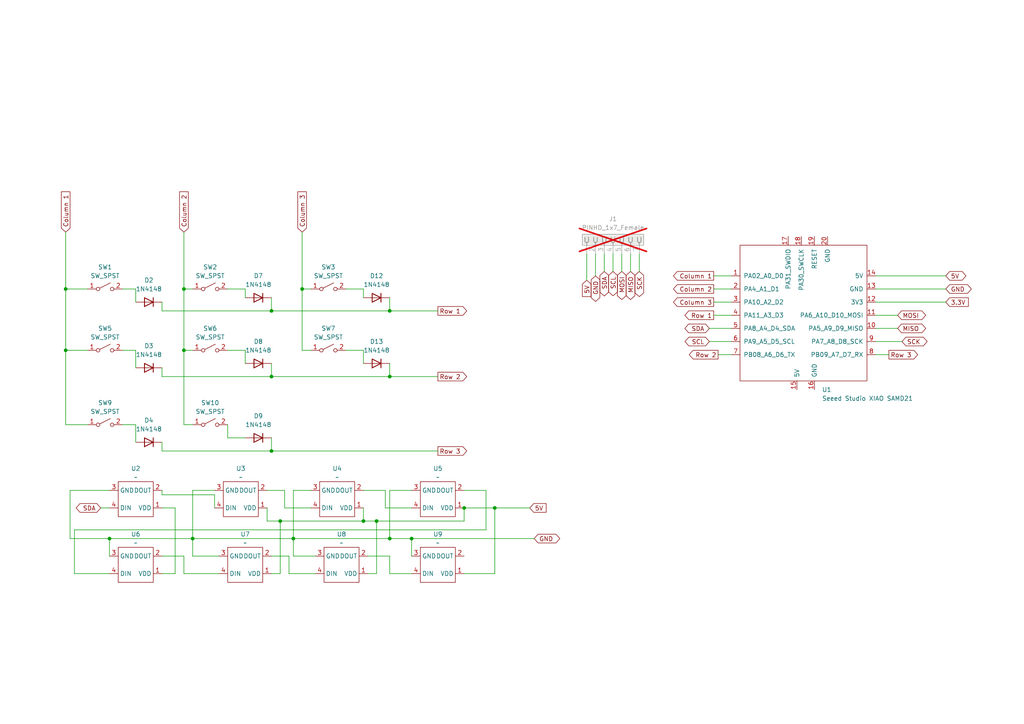
<source format=kicad_sch>
(kicad_sch
	(version 20231120)
	(generator "eeschema")
	(generator_version "8.0")
	(uuid "e9bcfc23-f3b5-4894-bdb0-60e411816654")
	(paper "A4")
	(lib_symbols
		(symbol "Diode:1N4148"
			(pin_numbers hide)
			(pin_names hide)
			(exclude_from_sim no)
			(in_bom yes)
			(on_board yes)
			(property "Reference" "D"
				(at 0 2.54 0)
				(effects
					(font
						(size 1.27 1.27)
					)
				)
			)
			(property "Value" "1N4148"
				(at 0 -2.54 0)
				(effects
					(font
						(size 1.27 1.27)
					)
				)
			)
			(property "Footprint" "Diode_THT:D_DO-35_SOD27_P7.62mm_Horizontal"
				(at 0 0 0)
				(effects
					(font
						(size 1.27 1.27)
					)
					(hide yes)
				)
			)
			(property "Datasheet" "https://assets.nexperia.com/documents/data-sheet/1N4148_1N4448.pdf"
				(at 0 0 0)
				(effects
					(font
						(size 1.27 1.27)
					)
					(hide yes)
				)
			)
			(property "Description" "100V 0.15A standard switching diode, DO-35"
				(at 0 0 0)
				(effects
					(font
						(size 1.27 1.27)
					)
					(hide yes)
				)
			)
			(property "Sim.Device" "D"
				(at 0 0 0)
				(effects
					(font
						(size 1.27 1.27)
					)
					(hide yes)
				)
			)
			(property "Sim.Pins" "1=K 2=A"
				(at 0 0 0)
				(effects
					(font
						(size 1.27 1.27)
					)
					(hide yes)
				)
			)
			(property "ki_keywords" "diode"
				(at 0 0 0)
				(effects
					(font
						(size 1.27 1.27)
					)
					(hide yes)
				)
			)
			(property "ki_fp_filters" "D*DO?35*"
				(at 0 0 0)
				(effects
					(font
						(size 1.27 1.27)
					)
					(hide yes)
				)
			)
			(symbol "1N4148_0_1"
				(polyline
					(pts
						(xy -1.27 1.27) (xy -1.27 -1.27)
					)
					(stroke
						(width 0.254)
						(type default)
					)
					(fill
						(type none)
					)
				)
				(polyline
					(pts
						(xy 1.27 0) (xy -1.27 0)
					)
					(stroke
						(width 0)
						(type default)
					)
					(fill
						(type none)
					)
				)
				(polyline
					(pts
						(xy 1.27 1.27) (xy 1.27 -1.27) (xy -1.27 0) (xy 1.27 1.27)
					)
					(stroke
						(width 0.254)
						(type default)
					)
					(fill
						(type none)
					)
				)
			)
			(symbol "1N4148_1_1"
				(pin passive line
					(at -3.81 0 0)
					(length 2.54)
					(name "K"
						(effects
							(font
								(size 1.27 1.27)
							)
						)
					)
					(number "1"
						(effects
							(font
								(size 1.27 1.27)
							)
						)
					)
				)
				(pin passive line
					(at 3.81 0 180)
					(length 2.54)
					(name "A"
						(effects
							(font
								(size 1.27 1.27)
							)
						)
					)
					(number "2"
						(effects
							(font
								(size 1.27 1.27)
							)
						)
					)
				)
			)
		)
		(symbol "PCM_SL_Devices:Smol_RGB_LED"
			(exclude_from_sim no)
			(in_bom yes)
			(on_board yes)
			(property "Reference" "U"
				(at 0 0 0)
				(effects
					(font
						(size 1.27 1.27)
					)
				)
			)
			(property "Value" ""
				(at 0 0 0)
				(effects
					(font
						(size 1.27 1.27)
					)
				)
			)
			(property "Footprint" "LED_SMD:LED_SK6812MINI_PLCC4_3.5x3.5mm_P1.75mm"
				(at -0.508 -7.62 0)
				(effects
					(font
						(size 1.27 1.27)
					)
				)
			)
			(property "Datasheet" ""
				(at 0 0 0)
				(effects
					(font
						(size 1.27 1.27)
					)
					(hide yes)
				)
			)
			(property "Description" ""
				(at 0 0 0)
				(effects
					(font
						(size 1.27 1.27)
					)
					(hide yes)
				)
			)
			(symbol "Smol_RGB_LED_0_1"
				(rectangle
					(start -5.08 5.08)
					(end 5.08 -5.08)
					(stroke
						(width 0)
						(type default)
					)
					(fill
						(type none)
					)
				)
			)
			(symbol "Smol_RGB_LED_1_1"
				(pin input line
					(at -7.62 2.54 0)
					(length 2.54)
					(name "VDD"
						(effects
							(font
								(size 1.27 1.27)
							)
						)
					)
					(number "1"
						(effects
							(font
								(size 1.27 1.27)
							)
						)
					)
				)
				(pin output line
					(at -7.62 -2.54 0)
					(length 2.54)
					(name "DOUT"
						(effects
							(font
								(size 1.27 1.27)
							)
						)
					)
					(number "2"
						(effects
							(font
								(size 1.27 1.27)
							)
						)
					)
				)
				(pin bidirectional line
					(at 7.62 -2.54 180)
					(length 2.54)
					(name "GND"
						(effects
							(font
								(size 1.27 1.27)
							)
						)
					)
					(number "3"
						(effects
							(font
								(size 1.27 1.27)
							)
						)
					)
				)
				(pin input line
					(at 7.62 2.54 180)
					(length 2.54)
					(name "DIN"
						(effects
							(font
								(size 1.27 1.27)
							)
						)
					)
					(number "4"
						(effects
							(font
								(size 1.27 1.27)
							)
						)
					)
				)
			)
		)
		(symbol "PCM_SL_Pin_Headers:PINHD_1x7_Female"
			(exclude_from_sim no)
			(in_bom yes)
			(on_board yes)
			(property "Reference" "J"
				(at 0 13.97 0)
				(effects
					(font
						(size 1.27 1.27)
					)
				)
			)
			(property "Value" "PINHD_1x7_Female"
				(at 0 11.43 0)
				(effects
					(font
						(size 1.27 1.27)
					)
				)
			)
			(property "Footprint" "Connector_PinSocket_2.54mm:PinSocket_1x07_P2.54mm_Vertical"
				(at 2.54 16.51 0)
				(effects
					(font
						(size 1.27 1.27)
					)
					(hide yes)
				)
			)
			(property "Datasheet" ""
				(at 0 13.97 0)
				(effects
					(font
						(size 1.27 1.27)
					)
					(hide yes)
				)
			)
			(property "Description" "Pin Header female with pin space 2.54mm. Pin Count -7"
				(at 0 0 0)
				(effects
					(font
						(size 1.27 1.27)
					)
					(hide yes)
				)
			)
			(property "ki_keywords" "Pin Header"
				(at 0 0 0)
				(effects
					(font
						(size 1.27 1.27)
					)
					(hide yes)
				)
			)
			(property "ki_fp_filters" "PinSocket_1x07_P2.54mm*"
				(at 0 0 0)
				(effects
					(font
						(size 1.27 1.27)
					)
					(hide yes)
				)
			)
			(symbol "PINHD_1x7_Female_0_1"
				(rectangle
					(start -1.27 8.89)
					(end 1.905 -8.89)
					(stroke
						(width 0)
						(type default)
					)
					(fill
						(type background)
					)
				)
				(arc
					(start -0.508 -7.62)
					(mid -0.3592 -7.9792)
					(end 0 -8.128)
					(stroke
						(width 0.25)
						(type default)
					)
					(fill
						(type none)
					)
				)
				(arc
					(start -0.508 -5.08)
					(mid -0.3592 -5.4392)
					(end 0 -5.588)
					(stroke
						(width 0.25)
						(type default)
					)
					(fill
						(type none)
					)
				)
				(arc
					(start -0.508 -2.54)
					(mid -0.3592 -2.8992)
					(end 0 -3.048)
					(stroke
						(width 0.25)
						(type default)
					)
					(fill
						(type none)
					)
				)
				(arc
					(start -0.508 0)
					(mid -0.3592 -0.3592)
					(end 0 -0.508)
					(stroke
						(width 0.25)
						(type default)
					)
					(fill
						(type none)
					)
				)
				(arc
					(start -0.508 2.54)
					(mid -0.3592 2.1808)
					(end 0 2.032)
					(stroke
						(width 0.25)
						(type default)
					)
					(fill
						(type none)
					)
				)
				(arc
					(start -0.508 5.08)
					(mid -0.3592 4.7208)
					(end 0 4.572)
					(stroke
						(width 0.25)
						(type default)
					)
					(fill
						(type none)
					)
				)
				(arc
					(start -0.508 7.62)
					(mid -0.3592 7.2608)
					(end 0 7.112)
					(stroke
						(width 0.25)
						(type default)
					)
					(fill
						(type none)
					)
				)
				(arc
					(start 0 -7.112)
					(mid -0.3592 -7.2608)
					(end -0.508 -7.62)
					(stroke
						(width 0.25)
						(type default)
					)
					(fill
						(type none)
					)
				)
				(arc
					(start 0 -4.572)
					(mid -0.3592 -4.7208)
					(end -0.508 -5.08)
					(stroke
						(width 0.25)
						(type default)
					)
					(fill
						(type none)
					)
				)
				(arc
					(start 0 -2.032)
					(mid -0.3592 -2.1808)
					(end -0.508 -2.54)
					(stroke
						(width 0.25)
						(type default)
					)
					(fill
						(type none)
					)
				)
				(polyline
					(pts
						(xy -1.27 -7.62) (xy -0.508 -7.62)
					)
					(stroke
						(width 0.25)
						(type default)
					)
					(fill
						(type none)
					)
				)
				(polyline
					(pts
						(xy -1.27 -5.08) (xy -0.508 -5.08)
					)
					(stroke
						(width 0.25)
						(type default)
					)
					(fill
						(type none)
					)
				)
				(polyline
					(pts
						(xy -1.27 -2.54) (xy -0.508 -2.54)
					)
					(stroke
						(width 0.25)
						(type default)
					)
					(fill
						(type none)
					)
				)
				(polyline
					(pts
						(xy -1.27 0) (xy -0.508 0)
					)
					(stroke
						(width 0.25)
						(type default)
					)
					(fill
						(type none)
					)
				)
				(polyline
					(pts
						(xy -1.27 2.54) (xy -0.508 2.54)
					)
					(stroke
						(width 0.25)
						(type default)
					)
					(fill
						(type none)
					)
				)
				(polyline
					(pts
						(xy -1.27 5.08) (xy -0.508 5.08)
					)
					(stroke
						(width 0.25)
						(type default)
					)
					(fill
						(type none)
					)
				)
				(polyline
					(pts
						(xy -1.27 7.62) (xy -0.508 7.62)
					)
					(stroke
						(width 0.25)
						(type default)
					)
					(fill
						(type none)
					)
				)
				(polyline
					(pts
						(xy 0 -8.128) (xy 1.016 -8.128)
					)
					(stroke
						(width 0.25)
						(type default)
					)
					(fill
						(type none)
					)
				)
				(polyline
					(pts
						(xy 0 -7.112) (xy 1.016 -7.112)
					)
					(stroke
						(width 0.25)
						(type default)
					)
					(fill
						(type none)
					)
				)
				(polyline
					(pts
						(xy 0 -5.588) (xy 1.016 -5.588)
					)
					(stroke
						(width 0.25)
						(type default)
					)
					(fill
						(type none)
					)
				)
				(polyline
					(pts
						(xy 0 -4.572) (xy 1.016 -4.572)
					)
					(stroke
						(width 0.25)
						(type default)
					)
					(fill
						(type none)
					)
				)
				(polyline
					(pts
						(xy 0 -3.048) (xy 1.016 -3.048)
					)
					(stroke
						(width 0.25)
						(type default)
					)
					(fill
						(type none)
					)
				)
				(polyline
					(pts
						(xy 0 -2.032) (xy 1.016 -2.032)
					)
					(stroke
						(width 0.25)
						(type default)
					)
					(fill
						(type none)
					)
				)
				(polyline
					(pts
						(xy 0 -0.508) (xy 1.016 -0.508)
					)
					(stroke
						(width 0.25)
						(type default)
					)
					(fill
						(type none)
					)
				)
				(polyline
					(pts
						(xy 0 0.508) (xy 1.016 0.508)
					)
					(stroke
						(width 0.25)
						(type default)
					)
					(fill
						(type none)
					)
				)
				(polyline
					(pts
						(xy 0 2.032) (xy 1.016 2.032)
					)
					(stroke
						(width 0.25)
						(type default)
					)
					(fill
						(type none)
					)
				)
				(polyline
					(pts
						(xy 0 3.048) (xy 1.016 3.048)
					)
					(stroke
						(width 0.25)
						(type default)
					)
					(fill
						(type none)
					)
				)
				(polyline
					(pts
						(xy 0 4.572) (xy 1.016 4.572)
					)
					(stroke
						(width 0.25)
						(type default)
					)
					(fill
						(type none)
					)
				)
				(polyline
					(pts
						(xy 0 5.588) (xy 1.016 5.588)
					)
					(stroke
						(width 0.25)
						(type default)
					)
					(fill
						(type none)
					)
				)
				(polyline
					(pts
						(xy 0 7.112) (xy 1.016 7.112)
					)
					(stroke
						(width 0.25)
						(type default)
					)
					(fill
						(type none)
					)
				)
				(polyline
					(pts
						(xy 0 8.128) (xy 1.016 8.128)
					)
					(stroke
						(width 0.25)
						(type default)
					)
					(fill
						(type none)
					)
				)
				(arc
					(start 0 0.508)
					(mid -0.3592 0.3592)
					(end -0.508 0)
					(stroke
						(width 0.25)
						(type default)
					)
					(fill
						(type none)
					)
				)
				(arc
					(start 0 3.048)
					(mid -0.3592 2.8992)
					(end -0.508 2.54)
					(stroke
						(width 0.25)
						(type default)
					)
					(fill
						(type none)
					)
				)
				(arc
					(start 0 5.588)
					(mid -0.3592 5.4392)
					(end -0.508 5.08)
					(stroke
						(width 0.25)
						(type default)
					)
					(fill
						(type none)
					)
				)
				(arc
					(start 0 8.128)
					(mid -0.3592 7.9792)
					(end -0.508 7.62)
					(stroke
						(width 0.25)
						(type default)
					)
					(fill
						(type none)
					)
				)
			)
			(symbol "PINHD_1x7_Female_1_1"
				(pin passive line
					(at -3.81 7.62 0)
					(length 2.54)
					(name ""
						(effects
							(font
								(size 1.27 1.27)
							)
						)
					)
					(number "1"
						(effects
							(font
								(size 1.27 1.27)
							)
						)
					)
				)
				(pin passive line
					(at -3.81 5.08 0)
					(length 2.54)
					(name ""
						(effects
							(font
								(size 1.27 1.27)
							)
						)
					)
					(number "2"
						(effects
							(font
								(size 1.27 1.27)
							)
						)
					)
				)
				(pin passive line
					(at -3.81 2.54 0)
					(length 2.54)
					(name ""
						(effects
							(font
								(size 1.27 1.27)
							)
						)
					)
					(number "3"
						(effects
							(font
								(size 1.27 1.27)
							)
						)
					)
				)
				(pin passive line
					(at -3.81 0 0)
					(length 2.54)
					(name ""
						(effects
							(font
								(size 1.27 1.27)
							)
						)
					)
					(number "4"
						(effects
							(font
								(size 1.27 1.27)
							)
						)
					)
				)
				(pin passive line
					(at -3.81 -2.54 0)
					(length 2.54)
					(name ""
						(effects
							(font
								(size 1.27 1.27)
							)
						)
					)
					(number "5"
						(effects
							(font
								(size 1.27 1.27)
							)
						)
					)
				)
				(pin passive line
					(at -3.81 -5.08 0)
					(length 2.54)
					(name ""
						(effects
							(font
								(size 1.27 1.27)
							)
						)
					)
					(number "6"
						(effects
							(font
								(size 1.27 1.27)
							)
						)
					)
				)
				(pin passive line
					(at -3.81 -7.62 0)
					(length 2.54)
					(name ""
						(effects
							(font
								(size 1.27 1.27)
							)
						)
					)
					(number "7"
						(effects
							(font
								(size 1.27 1.27)
							)
						)
					)
				)
			)
		)
		(symbol "Seeed_Studio_XIAO_Series:Seeed Studio XIAO SAMD21"
			(pin_names
				(offset 1.016)
			)
			(exclude_from_sim no)
			(in_bom yes)
			(on_board yes)
			(property "Reference" "U"
				(at -19.05 22.86 0)
				(effects
					(font
						(size 1.27 1.27)
					)
				)
			)
			(property "Value" "Seeed Studio XIAO SAMD21"
				(at -12.7 21.59 0)
				(effects
					(font
						(size 1.27 1.27)
					)
				)
			)
			(property "Footprint" ""
				(at -8.89 5.08 0)
				(effects
					(font
						(size 1.27 1.27)
					)
					(hide yes)
				)
			)
			(property "Datasheet" ""
				(at -8.89 5.08 0)
				(effects
					(font
						(size 1.27 1.27)
					)
					(hide yes)
				)
			)
			(property "Description" ""
				(at 0 0 0)
				(effects
					(font
						(size 1.27 1.27)
					)
					(hide yes)
				)
			)
			(symbol "Seeed Studio XIAO SAMD21_0_1"
				(rectangle
					(start -19.05 20.32)
					(end 17.78 -19.05)
					(stroke
						(width 0)
						(type default)
					)
					(fill
						(type none)
					)
				)
			)
			(symbol "Seeed Studio XIAO SAMD21_1_1"
				(pin unspecified line
					(at -21.59 11.43 0)
					(length 2.54)
					(name "PA02_A0_D0"
						(effects
							(font
								(size 1.27 1.27)
							)
						)
					)
					(number "1"
						(effects
							(font
								(size 1.27 1.27)
							)
						)
					)
				)
				(pin unspecified line
					(at 20.32 -3.81 180)
					(length 2.54)
					(name "PA5_A9_D9_MISO"
						(effects
							(font
								(size 1.27 1.27)
							)
						)
					)
					(number "10"
						(effects
							(font
								(size 1.27 1.27)
							)
						)
					)
				)
				(pin unspecified line
					(at 20.32 0 180)
					(length 2.54)
					(name "PA6_A10_D10_MOSI"
						(effects
							(font
								(size 1.27 1.27)
							)
						)
					)
					(number "11"
						(effects
							(font
								(size 1.27 1.27)
							)
						)
					)
				)
				(pin unspecified line
					(at 20.32 3.81 180)
					(length 2.54)
					(name "3V3"
						(effects
							(font
								(size 1.27 1.27)
							)
						)
					)
					(number "12"
						(effects
							(font
								(size 1.27 1.27)
							)
						)
					)
				)
				(pin unspecified line
					(at 20.32 7.62 180)
					(length 2.54)
					(name "GND"
						(effects
							(font
								(size 1.27 1.27)
							)
						)
					)
					(number "13"
						(effects
							(font
								(size 1.27 1.27)
							)
						)
					)
				)
				(pin unspecified line
					(at 20.32 11.43 180)
					(length 2.54)
					(name "5V"
						(effects
							(font
								(size 1.27 1.27)
							)
						)
					)
					(number "14"
						(effects
							(font
								(size 1.27 1.27)
							)
						)
					)
				)
				(pin input line
					(at -2.54 -21.59 90)
					(length 2.54)
					(name "5V"
						(effects
							(font
								(size 1.27 1.27)
							)
						)
					)
					(number "15"
						(effects
							(font
								(size 1.27 1.27)
							)
						)
					)
				)
				(pin input line
					(at 2.54 -21.59 90)
					(length 2.54)
					(name "GND"
						(effects
							(font
								(size 1.27 1.27)
							)
						)
					)
					(number "16"
						(effects
							(font
								(size 1.27 1.27)
							)
						)
					)
				)
				(pin input line
					(at -5.08 22.86 270)
					(length 2.54)
					(name "PA31_SWDIO"
						(effects
							(font
								(size 1.27 1.27)
							)
						)
					)
					(number "17"
						(effects
							(font
								(size 1.27 1.27)
							)
						)
					)
				)
				(pin input line
					(at -1.27 22.86 270)
					(length 2.54)
					(name "PA30_SWCLK"
						(effects
							(font
								(size 1.27 1.27)
							)
						)
					)
					(number "18"
						(effects
							(font
								(size 1.27 1.27)
							)
						)
					)
				)
				(pin input line
					(at 2.54 22.86 270)
					(length 2.54)
					(name "RESET"
						(effects
							(font
								(size 1.27 1.27)
							)
						)
					)
					(number "19"
						(effects
							(font
								(size 1.27 1.27)
							)
						)
					)
				)
				(pin unspecified line
					(at -21.59 7.62 0)
					(length 2.54)
					(name "PA4_A1_D1"
						(effects
							(font
								(size 1.27 1.27)
							)
						)
					)
					(number "2"
						(effects
							(font
								(size 1.27 1.27)
							)
						)
					)
				)
				(pin input line
					(at 6.35 22.86 270)
					(length 2.54)
					(name "GND"
						(effects
							(font
								(size 1.27 1.27)
							)
						)
					)
					(number "20"
						(effects
							(font
								(size 1.27 1.27)
							)
						)
					)
				)
				(pin unspecified line
					(at -21.59 3.81 0)
					(length 2.54)
					(name "PA10_A2_D2"
						(effects
							(font
								(size 1.27 1.27)
							)
						)
					)
					(number "3"
						(effects
							(font
								(size 1.27 1.27)
							)
						)
					)
				)
				(pin unspecified line
					(at -21.59 0 0)
					(length 2.54)
					(name "PA11_A3_D3"
						(effects
							(font
								(size 1.27 1.27)
							)
						)
					)
					(number "4"
						(effects
							(font
								(size 1.27 1.27)
							)
						)
					)
				)
				(pin unspecified line
					(at -21.59 -3.81 0)
					(length 2.54)
					(name "PA8_A4_D4_SDA"
						(effects
							(font
								(size 1.27 1.27)
							)
						)
					)
					(number "5"
						(effects
							(font
								(size 1.27 1.27)
							)
						)
					)
				)
				(pin unspecified line
					(at -21.59 -7.62 0)
					(length 2.54)
					(name "PA9_A5_D5_SCL"
						(effects
							(font
								(size 1.27 1.27)
							)
						)
					)
					(number "6"
						(effects
							(font
								(size 1.27 1.27)
							)
						)
					)
				)
				(pin unspecified line
					(at -21.59 -11.43 0)
					(length 2.54)
					(name "PB08_A6_D6_TX"
						(effects
							(font
								(size 1.27 1.27)
							)
						)
					)
					(number "7"
						(effects
							(font
								(size 1.27 1.27)
							)
						)
					)
				)
				(pin unspecified line
					(at 20.32 -11.43 180)
					(length 2.54)
					(name "PB09_A7_D7_RX"
						(effects
							(font
								(size 1.27 1.27)
							)
						)
					)
					(number "8"
						(effects
							(font
								(size 1.27 1.27)
							)
						)
					)
				)
				(pin unspecified line
					(at 20.32 -7.62 180)
					(length 2.54)
					(name "PA7_A8_D8_SCK"
						(effects
							(font
								(size 1.27 1.27)
							)
						)
					)
					(number "9"
						(effects
							(font
								(size 1.27 1.27)
							)
						)
					)
				)
			)
		)
		(symbol "Switch:SW_SPST"
			(pin_names
				(offset 0) hide)
			(exclude_from_sim no)
			(in_bom yes)
			(on_board yes)
			(property "Reference" "SW"
				(at 0 3.175 0)
				(effects
					(font
						(size 1.27 1.27)
					)
				)
			)
			(property "Value" "SW_SPST"
				(at 0 -2.54 0)
				(effects
					(font
						(size 1.27 1.27)
					)
				)
			)
			(property "Footprint" ""
				(at 0 0 0)
				(effects
					(font
						(size 1.27 1.27)
					)
					(hide yes)
				)
			)
			(property "Datasheet" "~"
				(at 0 0 0)
				(effects
					(font
						(size 1.27 1.27)
					)
					(hide yes)
				)
			)
			(property "Description" "Single Pole Single Throw (SPST) switch"
				(at 0 0 0)
				(effects
					(font
						(size 1.27 1.27)
					)
					(hide yes)
				)
			)
			(property "ki_keywords" "switch lever"
				(at 0 0 0)
				(effects
					(font
						(size 1.27 1.27)
					)
					(hide yes)
				)
			)
			(symbol "SW_SPST_0_0"
				(circle
					(center -2.032 0)
					(radius 0.508)
					(stroke
						(width 0)
						(type default)
					)
					(fill
						(type none)
					)
				)
				(polyline
					(pts
						(xy -1.524 0.254) (xy 1.524 1.778)
					)
					(stroke
						(width 0)
						(type default)
					)
					(fill
						(type none)
					)
				)
				(circle
					(center 2.032 0)
					(radius 0.508)
					(stroke
						(width 0)
						(type default)
					)
					(fill
						(type none)
					)
				)
			)
			(symbol "SW_SPST_1_1"
				(pin passive line
					(at -5.08 0 0)
					(length 2.54)
					(name "A"
						(effects
							(font
								(size 1.27 1.27)
							)
						)
					)
					(number "1"
						(effects
							(font
								(size 1.27 1.27)
							)
						)
					)
				)
				(pin passive line
					(at 5.08 0 180)
					(length 2.54)
					(name "B"
						(effects
							(font
								(size 1.27 1.27)
							)
						)
					)
					(number "2"
						(effects
							(font
								(size 1.27 1.27)
							)
						)
					)
				)
			)
		)
	)
	(junction
		(at 78.74 109.22)
		(diameter 0)
		(color 0 0 0 0)
		(uuid "0da9689f-b05c-4e64-94dd-291bb0c646f8")
	)
	(junction
		(at 105.41 151.13)
		(diameter 0)
		(color 0 0 0 0)
		(uuid "26a9f0e5-4db5-418d-8c40-2bb71d9fb0a0")
	)
	(junction
		(at 53.34 101.6)
		(diameter 0)
		(color 0 0 0 0)
		(uuid "2ed23dc3-037e-4f48-b945-e2113d2d1e1a")
	)
	(junction
		(at 78.74 90.17)
		(diameter 0)
		(color 0 0 0 0)
		(uuid "3665866c-d98d-4ce9-9f39-e533b7428c37")
	)
	(junction
		(at 78.74 130.81)
		(diameter 0)
		(color 0 0 0 0)
		(uuid "3c4726ab-1eef-4eff-bb01-9e291db71822")
	)
	(junction
		(at 19.05 101.6)
		(diameter 0)
		(color 0 0 0 0)
		(uuid "4b58c31b-ccc5-40fe-bda5-ee65dadf0cb6")
	)
	(junction
		(at 19.05 83.82)
		(diameter 0)
		(color 0 0 0 0)
		(uuid "5bf0539c-af03-4204-96f5-fc344124c036")
	)
	(junction
		(at 81.28 151.13)
		(diameter 0)
		(color 0 0 0 0)
		(uuid "85cd52a8-a0e3-41e0-84ea-798fdf522f39")
	)
	(junction
		(at 53.34 83.82)
		(diameter 0)
		(color 0 0 0 0)
		(uuid "a4c03ea5-db5a-4fa8-ba19-4dfaeaba25d7")
	)
	(junction
		(at 143.51 147.32)
		(diameter 0)
		(color 0 0 0 0)
		(uuid "a7b15447-ea8c-480b-a235-54a0ed4ab9a1")
	)
	(junction
		(at 113.03 156.21)
		(diameter 0)
		(color 0 0 0 0)
		(uuid "a9e45bbe-7561-43b1-b961-3d226dfd0d63")
	)
	(junction
		(at 113.03 109.22)
		(diameter 0)
		(color 0 0 0 0)
		(uuid "b2325d80-7e54-4c34-8cd4-19098affca9f")
	)
	(junction
		(at 87.63 83.82)
		(diameter 0)
		(color 0 0 0 0)
		(uuid "bc8df6bd-fa04-4600-ac42-c43c3f7a9844")
	)
	(junction
		(at 55.88 156.21)
		(diameter 0)
		(color 0 0 0 0)
		(uuid "c259d9b2-e328-480a-aebd-5d6e993b86db")
	)
	(junction
		(at 85.09 156.21)
		(diameter 0)
		(color 0 0 0 0)
		(uuid "cce93d3b-5914-4000-8494-ced681d077a1")
	)
	(junction
		(at 31.75 156.21)
		(diameter 0)
		(color 0 0 0 0)
		(uuid "dc8069d8-b021-4ce6-82fe-9d8883788bb1")
	)
	(junction
		(at 109.22 151.13)
		(diameter 0)
		(color 0 0 0 0)
		(uuid "e3160f7a-85ab-4299-aced-97de31e9fabd")
	)
	(junction
		(at 134.62 147.32)
		(diameter 0)
		(color 0 0 0 0)
		(uuid "e595f0b1-c558-43ee-9eed-8b4577039ebb")
	)
	(junction
		(at 113.03 90.17)
		(diameter 0)
		(color 0 0 0 0)
		(uuid "f5ec59d8-4e51-4005-b440-b580cc73f932")
	)
	(junction
		(at 119.38 156.21)
		(diameter 0)
		(color 0 0 0 0)
		(uuid "f91590d1-135e-48ea-aa19-2ab92c40c255")
	)
	(wire
		(pts
			(xy 78.74 90.17) (xy 113.03 90.17)
		)
		(stroke
			(width 0)
			(type default)
		)
		(uuid "01539a77-374e-4b8f-989d-bbcdc25a6072")
	)
	(wire
		(pts
			(xy 78.74 161.29) (xy 83.82 161.29)
		)
		(stroke
			(width 0)
			(type default)
		)
		(uuid "03589328-afef-46a7-9656-e31b530e3173")
	)
	(wire
		(pts
			(xy 46.99 147.32) (xy 50.8 147.32)
		)
		(stroke
			(width 0)
			(type default)
		)
		(uuid "046f6960-20c6-4b16-ae06-f65249afd81b")
	)
	(wire
		(pts
			(xy 21.59 166.37) (xy 31.75 166.37)
		)
		(stroke
			(width 0)
			(type default)
		)
		(uuid "05e73bca-8599-4bd8-8ad9-8709d76e47a3")
	)
	(wire
		(pts
			(xy 78.74 127) (xy 78.74 130.81)
		)
		(stroke
			(width 0)
			(type default)
		)
		(uuid "08c96909-506f-4768-9074-aa564f83480f")
	)
	(wire
		(pts
			(xy 143.51 147.32) (xy 153.67 147.32)
		)
		(stroke
			(width 0)
			(type default)
		)
		(uuid "0bbcaecb-43a4-4a51-92ee-be2fbbd00625")
	)
	(wire
		(pts
			(xy 81.28 151.13) (xy 77.47 151.13)
		)
		(stroke
			(width 0)
			(type default)
		)
		(uuid "0e0aaf98-de05-426b-8e93-5606047b3196")
	)
	(wire
		(pts
			(xy 254 87.63) (xy 274.32 87.63)
		)
		(stroke
			(width 0)
			(type default)
		)
		(uuid "0f4a4531-be38-419d-970e-c176b61f7afd")
	)
	(wire
		(pts
			(xy 105.41 147.32) (xy 105.41 151.13)
		)
		(stroke
			(width 0)
			(type default)
		)
		(uuid "11c81e1c-9eac-46a4-a752-9b3200314dd3")
	)
	(wire
		(pts
			(xy 85.09 161.29) (xy 85.09 156.21)
		)
		(stroke
			(width 0)
			(type default)
		)
		(uuid "142d4f9d-8959-4cdc-8746-fa9533cd485d")
	)
	(wire
		(pts
			(xy 254 99.06) (xy 261.62 99.06)
		)
		(stroke
			(width 0)
			(type default)
		)
		(uuid "145f24f9-7468-4c11-828b-c4867893d4ea")
	)
	(wire
		(pts
			(xy 113.03 156.21) (xy 119.38 156.21)
		)
		(stroke
			(width 0)
			(type default)
		)
		(uuid "15f5a30d-ad98-4ccf-98b3-fb6f5c9a29ed")
	)
	(wire
		(pts
			(xy 53.34 67.31) (xy 53.34 83.82)
		)
		(stroke
			(width 0)
			(type default)
		)
		(uuid "1744c950-1832-4e12-8306-388fcf3a1b4f")
	)
	(wire
		(pts
			(xy 87.63 67.31) (xy 87.63 83.82)
		)
		(stroke
			(width 0)
			(type default)
		)
		(uuid "1a4c2ccf-a54e-45b2-afbb-98cd9379d64d")
	)
	(wire
		(pts
			(xy 207.01 80.01) (xy 212.09 80.01)
		)
		(stroke
			(width 0)
			(type default)
		)
		(uuid "1cc7bfd4-7d1f-4bf6-a831-e9b84bff05ab")
	)
	(wire
		(pts
			(xy 113.03 109.22) (xy 127 109.22)
		)
		(stroke
			(width 0)
			(type default)
		)
		(uuid "1d2a25f7-68db-4f0e-b168-06036034b91d")
	)
	(wire
		(pts
			(xy 46.99 142.24) (xy 46.99 143.51)
		)
		(stroke
			(width 0)
			(type default)
		)
		(uuid "1dc10b91-1944-46a9-9284-694ddef178e9")
	)
	(wire
		(pts
			(xy 63.5 161.29) (xy 55.88 161.29)
		)
		(stroke
			(width 0)
			(type default)
		)
		(uuid "1df82169-064d-4fac-af54-bced6dfd34ac")
	)
	(wire
		(pts
			(xy 46.99 87.63) (xy 46.99 90.17)
		)
		(stroke
			(width 0)
			(type default)
		)
		(uuid "1eab94eb-4f09-45dc-93f2-1f1eff8d2ba2")
	)
	(wire
		(pts
			(xy 82.55 147.32) (xy 90.17 147.32)
		)
		(stroke
			(width 0)
			(type default)
		)
		(uuid "20233587-f92f-40ac-8254-ce7e2d2259e1")
	)
	(wire
		(pts
			(xy 25.4 123.19) (xy 19.05 123.19)
		)
		(stroke
			(width 0)
			(type default)
		)
		(uuid "215f1e2d-0d9c-496e-bb22-0be2838fc874")
	)
	(wire
		(pts
			(xy 143.51 166.37) (xy 143.51 147.32)
		)
		(stroke
			(width 0)
			(type default)
		)
		(uuid "228bb7dc-3dec-446b-9286-b2e2d4fd4c12")
	)
	(wire
		(pts
			(xy 113.03 166.37) (xy 119.38 166.37)
		)
		(stroke
			(width 0)
			(type default)
		)
		(uuid "22a398f3-0203-4ad3-9ca8-1e1932b60d4a")
	)
	(wire
		(pts
			(xy 55.88 161.29) (xy 55.88 156.21)
		)
		(stroke
			(width 0)
			(type default)
		)
		(uuid "266a6ef9-8fb0-4d24-b77e-1b86525ae9cb")
	)
	(wire
		(pts
			(xy 53.34 101.6) (xy 53.34 83.82)
		)
		(stroke
			(width 0)
			(type default)
		)
		(uuid "2709a76a-0446-48b8-93eb-e67ee253ae6b")
	)
	(wire
		(pts
			(xy 85.09 142.24) (xy 85.09 156.21)
		)
		(stroke
			(width 0)
			(type default)
		)
		(uuid "2785a611-6cc3-4ac0-a140-ff27f6f767b8")
	)
	(wire
		(pts
			(xy 46.99 161.29) (xy 53.34 161.29)
		)
		(stroke
			(width 0)
			(type default)
		)
		(uuid "2b6c4be8-e418-4cb0-960a-aa029a5fc880")
	)
	(wire
		(pts
			(xy 53.34 161.29) (xy 53.34 166.37)
		)
		(stroke
			(width 0)
			(type default)
		)
		(uuid "3080c625-5f14-4059-bf87-3d45341f70cd")
	)
	(wire
		(pts
			(xy 154.94 156.21) (xy 119.38 156.21)
		)
		(stroke
			(width 0)
			(type default)
		)
		(uuid "32674480-e564-4b8e-8550-bea120ddbf52")
	)
	(wire
		(pts
			(xy 71.12 101.6) (xy 71.12 105.41)
		)
		(stroke
			(width 0)
			(type default)
		)
		(uuid "3287c3e1-3aaa-4181-ade6-0693a7ad75d4")
	)
	(wire
		(pts
			(xy 113.03 90.17) (xy 127 90.17)
		)
		(stroke
			(width 0)
			(type default)
		)
		(uuid "337025c8-8910-44ed-acb4-4e2f9be574cd")
	)
	(wire
		(pts
			(xy 106.68 166.37) (xy 109.22 166.37)
		)
		(stroke
			(width 0)
			(type default)
		)
		(uuid "3583b8f8-57ec-43ab-a837-a11892ffc8bf")
	)
	(wire
		(pts
			(xy 105.41 101.6) (xy 105.41 105.41)
		)
		(stroke
			(width 0)
			(type default)
		)
		(uuid "358edda4-1b06-4b75-a3e9-1a4d8985e619")
	)
	(wire
		(pts
			(xy 134.62 147.32) (xy 134.62 151.13)
		)
		(stroke
			(width 0)
			(type default)
		)
		(uuid "3931e20b-7282-4ad7-935a-8effeffb6297")
	)
	(wire
		(pts
			(xy 66.04 101.6) (xy 71.12 101.6)
		)
		(stroke
			(width 0)
			(type default)
		)
		(uuid "40d45904-bfc7-4dc6-a036-0540529deb59")
	)
	(wire
		(pts
			(xy 106.68 161.29) (xy 113.03 161.29)
		)
		(stroke
			(width 0)
			(type default)
		)
		(uuid "46e8ded5-6fd9-45ab-b910-6e17df790408")
	)
	(wire
		(pts
			(xy 53.34 101.6) (xy 53.34 123.19)
		)
		(stroke
			(width 0)
			(type default)
		)
		(uuid "4b4ee1a0-aedf-4605-bcda-3c93e04446d6")
	)
	(wire
		(pts
			(xy 71.12 83.82) (xy 71.12 86.36)
		)
		(stroke
			(width 0)
			(type default)
		)
		(uuid "4bed13a2-f68b-4c44-9636-c09fce300c6a")
	)
	(wire
		(pts
			(xy 46.99 128.27) (xy 46.99 130.81)
		)
		(stroke
			(width 0)
			(type default)
		)
		(uuid "4bf39aca-6362-4731-b633-75d9c1eec9a3")
	)
	(wire
		(pts
			(xy 109.22 151.13) (xy 105.41 151.13)
		)
		(stroke
			(width 0)
			(type default)
		)
		(uuid "4ce4ae82-0d66-4e76-b74f-2f14823b93d3")
	)
	(wire
		(pts
			(xy 207.01 83.82) (xy 212.09 83.82)
		)
		(stroke
			(width 0)
			(type default)
		)
		(uuid "4d3ecc58-889c-4fe8-a370-704b4866d85f")
	)
	(wire
		(pts
			(xy 77.47 147.32) (xy 77.47 151.13)
		)
		(stroke
			(width 0)
			(type default)
		)
		(uuid "50ef0d82-0e3a-4ba5-ad8c-1ab9d589f996")
	)
	(wire
		(pts
			(xy 39.37 123.19) (xy 39.37 128.27)
		)
		(stroke
			(width 0)
			(type default)
		)
		(uuid "53b541ca-ba6d-48bf-a0ff-5919fe310b80")
	)
	(wire
		(pts
			(xy 85.09 156.21) (xy 113.03 156.21)
		)
		(stroke
			(width 0)
			(type default)
		)
		(uuid "56919e1f-d98a-42fa-ae74-2494b72e3309")
	)
	(wire
		(pts
			(xy 113.03 142.24) (xy 113.03 156.21)
		)
		(stroke
			(width 0)
			(type default)
		)
		(uuid "56c53bf9-fe3f-41f7-bf98-1cd38de49cc1")
	)
	(wire
		(pts
			(xy 78.74 109.22) (xy 113.03 109.22)
		)
		(stroke
			(width 0)
			(type default)
		)
		(uuid "59ba7490-9aeb-45a6-9d18-1236c3b5cccd")
	)
	(wire
		(pts
			(xy 140.97 153.67) (xy 21.59 153.67)
		)
		(stroke
			(width 0)
			(type default)
		)
		(uuid "5b4828d1-dabc-4565-ae97-d5b4ed942c9a")
	)
	(wire
		(pts
			(xy 127 130.81) (xy 78.74 130.81)
		)
		(stroke
			(width 0)
			(type default)
		)
		(uuid "5e9c0be1-9ff1-41d9-b1d5-a1c67c3a14b2")
	)
	(wire
		(pts
			(xy 20.32 156.21) (xy 31.75 156.21)
		)
		(stroke
			(width 0)
			(type default)
		)
		(uuid "5ea7b17e-cdd4-40af-b873-b2fce185a56e")
	)
	(wire
		(pts
			(xy 46.99 130.81) (xy 78.74 130.81)
		)
		(stroke
			(width 0)
			(type default)
		)
		(uuid "5fd62fe9-4b60-4b72-895c-8552b86d76d2")
	)
	(wire
		(pts
			(xy 254 80.01) (xy 274.32 80.01)
		)
		(stroke
			(width 0)
			(type default)
		)
		(uuid "6057b9d4-3fbf-4339-87ca-492d1ff5a6ea")
	)
	(wire
		(pts
			(xy 175.26 73.66) (xy 175.26 78.74)
		)
		(stroke
			(width 0)
			(type default)
		)
		(uuid "61ac6dbe-25da-4e75-a6f4-e6620fe6fd87")
	)
	(wire
		(pts
			(xy 119.38 156.21) (xy 119.38 161.29)
		)
		(stroke
			(width 0)
			(type default)
		)
		(uuid "64466a7a-69cc-41b2-9c30-46ed63cd5b76")
	)
	(wire
		(pts
			(xy 46.99 90.17) (xy 78.74 90.17)
		)
		(stroke
			(width 0)
			(type default)
		)
		(uuid "6450b7c5-640e-47d8-9061-11516f800ff8")
	)
	(wire
		(pts
			(xy 62.23 143.51) (xy 62.23 147.32)
		)
		(stroke
			(width 0)
			(type default)
		)
		(uuid "65403f4c-a716-426a-9dbf-cdd1e09893d2")
	)
	(wire
		(pts
			(xy 31.75 161.29) (xy 31.75 156.21)
		)
		(stroke
			(width 0)
			(type default)
		)
		(uuid "67b6fdd8-313e-48f7-9e30-74c92f5bd9ff")
	)
	(wire
		(pts
			(xy 182.88 73.66) (xy 182.88 78.74)
		)
		(stroke
			(width 0)
			(type default)
		)
		(uuid "67bcea00-881e-4b7f-8210-9e73de8e59f0")
	)
	(wire
		(pts
			(xy 78.74 86.36) (xy 78.74 90.17)
		)
		(stroke
			(width 0)
			(type default)
		)
		(uuid "6813ea4c-687d-4687-b15b-50a7c45460d2")
	)
	(wire
		(pts
			(xy 105.41 151.13) (xy 81.28 151.13)
		)
		(stroke
			(width 0)
			(type default)
		)
		(uuid "6876b78c-1321-4f30-9033-e18b1644b31c")
	)
	(wire
		(pts
			(xy 46.99 109.22) (xy 78.74 109.22)
		)
		(stroke
			(width 0)
			(type default)
		)
		(uuid "68c6eb18-0f3d-4807-b3a1-7fbb494111ab")
	)
	(wire
		(pts
			(xy 87.63 101.6) (xy 87.63 83.82)
		)
		(stroke
			(width 0)
			(type default)
		)
		(uuid "6c454a32-36b6-444b-a36f-263b0239f727")
	)
	(wire
		(pts
			(xy 77.47 142.24) (xy 82.55 142.24)
		)
		(stroke
			(width 0)
			(type default)
		)
		(uuid "6cf071d9-587f-40cf-b119-1896aa4a75da")
	)
	(wire
		(pts
			(xy 62.23 142.24) (xy 55.88 142.24)
		)
		(stroke
			(width 0)
			(type default)
		)
		(uuid "7190dd46-bdfb-4688-a9e9-81d5f0910841")
	)
	(wire
		(pts
			(xy 119.38 142.24) (xy 113.03 142.24)
		)
		(stroke
			(width 0)
			(type default)
		)
		(uuid "71f86026-6659-41e7-add3-938f035a7c2a")
	)
	(wire
		(pts
			(xy 87.63 83.82) (xy 90.17 83.82)
		)
		(stroke
			(width 0)
			(type default)
		)
		(uuid "730ba91d-4222-4521-9659-8edde75c42b3")
	)
	(wire
		(pts
			(xy 105.41 83.82) (xy 105.41 86.36)
		)
		(stroke
			(width 0)
			(type default)
		)
		(uuid "7329c3fd-594d-4e5c-9f23-a1c9898f3a61")
	)
	(wire
		(pts
			(xy 71.12 127) (xy 66.04 127)
		)
		(stroke
			(width 0)
			(type default)
		)
		(uuid "74049eb9-aa1e-45a2-b754-46bd065f8dfc")
	)
	(wire
		(pts
			(xy 254 83.82) (xy 274.32 83.82)
		)
		(stroke
			(width 0)
			(type default)
		)
		(uuid "75e698fc-1632-4f29-9e2d-ad96d1bde455")
	)
	(wire
		(pts
			(xy 83.82 161.29) (xy 83.82 166.37)
		)
		(stroke
			(width 0)
			(type default)
		)
		(uuid "76cce7fe-9f6f-44c1-804d-e6def8e86c3f")
	)
	(wire
		(pts
			(xy 208.28 102.87) (xy 212.09 102.87)
		)
		(stroke
			(width 0)
			(type default)
		)
		(uuid "78f810e4-8701-4b42-aef1-44fce5540d7f")
	)
	(wire
		(pts
			(xy 134.62 147.32) (xy 143.51 147.32)
		)
		(stroke
			(width 0)
			(type default)
		)
		(uuid "7d0eb90d-2667-47c0-b745-961bcf825bea")
	)
	(wire
		(pts
			(xy 177.8 73.66) (xy 177.8 78.74)
		)
		(stroke
			(width 0)
			(type default)
		)
		(uuid "7e854611-9729-42ca-a7bf-03020de70b26")
	)
	(wire
		(pts
			(xy 100.33 101.6) (xy 105.41 101.6)
		)
		(stroke
			(width 0)
			(type default)
		)
		(uuid "81c6bf7e-5a42-4cc2-bfd1-8292e0dcc9a9")
	)
	(wire
		(pts
			(xy 31.75 156.21) (xy 55.88 156.21)
		)
		(stroke
			(width 0)
			(type default)
		)
		(uuid "81edf7d7-a9d3-473d-b91a-783c7378fc13")
	)
	(wire
		(pts
			(xy 78.74 105.41) (xy 78.74 109.22)
		)
		(stroke
			(width 0)
			(type default)
		)
		(uuid "831618af-b037-4db0-a1fd-4511d961312f")
	)
	(wire
		(pts
			(xy 113.03 161.29) (xy 113.03 166.37)
		)
		(stroke
			(width 0)
			(type default)
		)
		(uuid "85a28139-439b-4ece-9ceb-167bfffb51ba")
	)
	(wire
		(pts
			(xy 55.88 123.19) (xy 53.34 123.19)
		)
		(stroke
			(width 0)
			(type default)
		)
		(uuid "8786b0a4-8765-4be2-889d-2714207cdd40")
	)
	(wire
		(pts
			(xy 55.88 142.24) (xy 55.88 156.21)
		)
		(stroke
			(width 0)
			(type default)
		)
		(uuid "88c89d8b-52f8-46d2-b55d-ee0736d00ef8")
	)
	(wire
		(pts
			(xy 35.56 123.19) (xy 39.37 123.19)
		)
		(stroke
			(width 0)
			(type default)
		)
		(uuid "89503612-65af-48f1-95c3-b9514a60aea5")
	)
	(wire
		(pts
			(xy 134.62 166.37) (xy 143.51 166.37)
		)
		(stroke
			(width 0)
			(type default)
		)
		(uuid "8cf12241-e1ae-4b18-b5b6-ba0e799ee016")
	)
	(wire
		(pts
			(xy 53.34 83.82) (xy 55.88 83.82)
		)
		(stroke
			(width 0)
			(type default)
		)
		(uuid "915d618c-9c5a-4e1b-8750-99b22d3594b3")
	)
	(wire
		(pts
			(xy 185.42 73.66) (xy 185.42 78.74)
		)
		(stroke
			(width 0)
			(type default)
		)
		(uuid "918a99a5-fc43-44ff-ae79-e6b32830a7a1")
	)
	(wire
		(pts
			(xy 87.63 101.6) (xy 90.17 101.6)
		)
		(stroke
			(width 0)
			(type default)
		)
		(uuid "93d0dac3-1a01-4a56-a524-60c76ddd1a58")
	)
	(wire
		(pts
			(xy 205.74 99.06) (xy 212.09 99.06)
		)
		(stroke
			(width 0)
			(type default)
		)
		(uuid "962a5785-4f0c-4fd7-9b56-01acb1f61706")
	)
	(wire
		(pts
			(xy 19.05 83.82) (xy 19.05 101.6)
		)
		(stroke
			(width 0)
			(type default)
		)
		(uuid "96a3d060-016d-4988-97b6-293079ee17c5")
	)
	(wire
		(pts
			(xy 55.88 156.21) (xy 85.09 156.21)
		)
		(stroke
			(width 0)
			(type default)
		)
		(uuid "992721f5-5b41-4b61-8e46-f95efcc39fa0")
	)
	(wire
		(pts
			(xy 100.33 83.82) (xy 105.41 83.82)
		)
		(stroke
			(width 0)
			(type default)
		)
		(uuid "9aa8ed19-ab9d-449a-ba8e-84bd1f732205")
	)
	(wire
		(pts
			(xy 19.05 83.82) (xy 25.4 83.82)
		)
		(stroke
			(width 0)
			(type default)
		)
		(uuid "9e416f9a-7ac7-46f3-9599-3cccdb6692ae")
	)
	(wire
		(pts
			(xy 19.05 67.31) (xy 19.05 83.82)
		)
		(stroke
			(width 0)
			(type default)
		)
		(uuid "9fc3c96d-ffdd-44d6-895d-3dc94e76461b")
	)
	(wire
		(pts
			(xy 81.28 166.37) (xy 81.28 151.13)
		)
		(stroke
			(width 0)
			(type default)
		)
		(uuid "a0b67880-9a13-4b15-aa0b-6b57a8fddb00")
	)
	(wire
		(pts
			(xy 78.74 166.37) (xy 81.28 166.37)
		)
		(stroke
			(width 0)
			(type default)
		)
		(uuid "a60e2426-5daf-4a48-990f-a8677aab810a")
	)
	(wire
		(pts
			(xy 254 91.44) (xy 260.35 91.44)
		)
		(stroke
			(width 0)
			(type default)
		)
		(uuid "a7d04cba-d93a-4c26-80f1-f3aec8e5407c")
	)
	(wire
		(pts
			(xy 254 95.25) (xy 260.35 95.25)
		)
		(stroke
			(width 0)
			(type default)
		)
		(uuid "ade24384-3bcd-46b7-9b67-db9045773bcc")
	)
	(wire
		(pts
			(xy 105.41 142.24) (xy 111.76 142.24)
		)
		(stroke
			(width 0)
			(type default)
		)
		(uuid "ae8ef5d3-222a-438d-8f0e-a6b801ee44d0")
	)
	(wire
		(pts
			(xy 46.99 106.68) (xy 46.99 109.22)
		)
		(stroke
			(width 0)
			(type default)
		)
		(uuid "af6ff8cf-64b3-4b1f-a7aa-0933f2503d20")
	)
	(wire
		(pts
			(xy 82.55 142.24) (xy 82.55 147.32)
		)
		(stroke
			(width 0)
			(type default)
		)
		(uuid "aff0f84d-856f-4a63-bae3-8fe0bdd338e4")
	)
	(wire
		(pts
			(xy 91.44 161.29) (xy 85.09 161.29)
		)
		(stroke
			(width 0)
			(type default)
		)
		(uuid "b99e4f03-8195-4dee-beb9-35aafc26c40c")
	)
	(wire
		(pts
			(xy 29.21 147.32) (xy 31.75 147.32)
		)
		(stroke
			(width 0)
			(type default)
		)
		(uuid "bd5774f1-80d4-4ee7-82c0-99f4fd7f9b98")
	)
	(wire
		(pts
			(xy 113.03 86.36) (xy 113.03 90.17)
		)
		(stroke
			(width 0)
			(type default)
		)
		(uuid "bf68757e-fa99-4bdd-9771-9d0f92861ed9")
	)
	(wire
		(pts
			(xy 35.56 101.6) (xy 39.37 101.6)
		)
		(stroke
			(width 0)
			(type default)
		)
		(uuid "bf907ff5-6e92-4b10-91bc-7a69aae6894d")
	)
	(wire
		(pts
			(xy 134.62 142.24) (xy 140.97 142.24)
		)
		(stroke
			(width 0)
			(type default)
		)
		(uuid "c0a1fb11-6c1d-4f12-87cf-5ef2e2352b1b")
	)
	(wire
		(pts
			(xy 90.17 142.24) (xy 85.09 142.24)
		)
		(stroke
			(width 0)
			(type default)
		)
		(uuid "c59f0566-3f50-48b4-96ef-587366e8e59e")
	)
	(wire
		(pts
			(xy 19.05 101.6) (xy 19.05 123.19)
		)
		(stroke
			(width 0)
			(type default)
		)
		(uuid "c9e5db41-0773-4fef-ba1b-38471b1b6a6f")
	)
	(wire
		(pts
			(xy 207.01 91.44) (xy 212.09 91.44)
		)
		(stroke
			(width 0)
			(type default)
		)
		(uuid "cc7ccfe8-cf79-40c5-a614-2ef3583275fc")
	)
	(wire
		(pts
			(xy 134.62 151.13) (xy 109.22 151.13)
		)
		(stroke
			(width 0)
			(type default)
		)
		(uuid "ccf54590-45ea-412f-8f0b-6a129cba8389")
	)
	(wire
		(pts
			(xy 31.75 142.24) (xy 20.32 142.24)
		)
		(stroke
			(width 0)
			(type default)
		)
		(uuid "ce01f95a-9fb0-44d7-921a-cdcd408c188f")
	)
	(wire
		(pts
			(xy 205.74 95.25) (xy 212.09 95.25)
		)
		(stroke
			(width 0)
			(type default)
		)
		(uuid "d23b8198-abaa-4e92-92e6-a61955b57918")
	)
	(wire
		(pts
			(xy 140.97 142.24) (xy 140.97 153.67)
		)
		(stroke
			(width 0)
			(type default)
		)
		(uuid "d2e06eba-d2e6-42ca-bd1a-2d5d60715b74")
	)
	(wire
		(pts
			(xy 207.01 87.63) (xy 212.09 87.63)
		)
		(stroke
			(width 0)
			(type default)
		)
		(uuid "d6863beb-3a15-4cf1-b03e-0c1114939bb5")
	)
	(wire
		(pts
			(xy 172.72 73.66) (xy 172.72 80.01)
		)
		(stroke
			(width 0)
			(type default)
		)
		(uuid "d6d6d0a5-d02a-414c-95fc-3212332c338e")
	)
	(wire
		(pts
			(xy 35.56 83.82) (xy 39.37 83.82)
		)
		(stroke
			(width 0)
			(type default)
		)
		(uuid "d6de7b9e-ffcb-4d35-bfde-1a149e9ccea9")
	)
	(wire
		(pts
			(xy 66.04 83.82) (xy 71.12 83.82)
		)
		(stroke
			(width 0)
			(type default)
		)
		(uuid "d7522c50-0b2e-48b6-bf08-38088eaf70b7")
	)
	(wire
		(pts
			(xy 109.22 166.37) (xy 109.22 151.13)
		)
		(stroke
			(width 0)
			(type default)
		)
		(uuid "d798d207-6b96-4e0e-96e9-02209d579b63")
	)
	(wire
		(pts
			(xy 254 102.87) (xy 257.81 102.87)
		)
		(stroke
			(width 0)
			(type default)
		)
		(uuid "da29dada-2303-429e-be37-9dd062b66840")
	)
	(wire
		(pts
			(xy 39.37 83.82) (xy 39.37 87.63)
		)
		(stroke
			(width 0)
			(type default)
		)
		(uuid "dd91f734-c076-4cad-884c-4e630c5801e3")
	)
	(wire
		(pts
			(xy 25.4 101.6) (xy 19.05 101.6)
		)
		(stroke
			(width 0)
			(type default)
		)
		(uuid "ddfc4746-9180-4656-8485-50c96f421c9e")
	)
	(wire
		(pts
			(xy 53.34 101.6) (xy 55.88 101.6)
		)
		(stroke
			(width 0)
			(type default)
		)
		(uuid "de6298a9-d535-4017-ac59-6ab6a7a9cc1c")
	)
	(wire
		(pts
			(xy 170.18 73.66) (xy 170.18 81.28)
		)
		(stroke
			(width 0)
			(type default)
		)
		(uuid "e36aedea-99d2-441a-b877-3d38e2ffe2a6")
	)
	(wire
		(pts
			(xy 53.34 166.37) (xy 63.5 166.37)
		)
		(stroke
			(width 0)
			(type default)
		)
		(uuid "e3ec96f3-df72-4e01-b18a-5cb5f826a906")
	)
	(wire
		(pts
			(xy 111.76 142.24) (xy 111.76 147.32)
		)
		(stroke
			(width 0)
			(type default)
		)
		(uuid "e755fa0c-0421-495d-b2fc-c2b7b5195f40")
	)
	(wire
		(pts
			(xy 46.99 166.37) (xy 50.8 166.37)
		)
		(stroke
			(width 0)
			(type default)
		)
		(uuid "e8d9a000-918c-4b0b-b422-b75038981737")
	)
	(wire
		(pts
			(xy 39.37 101.6) (xy 39.37 106.68)
		)
		(stroke
			(width 0)
			(type default)
		)
		(uuid "ee804235-56fc-45a6-b170-a67300715db2")
	)
	(wire
		(pts
			(xy 66.04 127) (xy 66.04 123.19)
		)
		(stroke
			(width 0)
			(type default)
		)
		(uuid "f05d4220-8e41-42e9-8e61-a4940646cca7")
	)
	(wire
		(pts
			(xy 111.76 147.32) (xy 119.38 147.32)
		)
		(stroke
			(width 0)
			(type default)
		)
		(uuid "f304d4a4-8bfa-4cde-957a-1799000d7948")
	)
	(wire
		(pts
			(xy 50.8 147.32) (xy 50.8 166.37)
		)
		(stroke
			(width 0)
			(type default)
		)
		(uuid "f3b197fc-80c4-4ab8-9f4a-c2a94254eeef")
	)
	(wire
		(pts
			(xy 21.59 153.67) (xy 21.59 166.37)
		)
		(stroke
			(width 0)
			(type default)
		)
		(uuid "f64b5741-07a0-4e52-90bb-e4b4a3f7eeec")
	)
	(wire
		(pts
			(xy 20.32 142.24) (xy 20.32 156.21)
		)
		(stroke
			(width 0)
			(type default)
		)
		(uuid "f7d2bfb5-1f36-46c9-a270-695bca06786e")
	)
	(wire
		(pts
			(xy 46.99 143.51) (xy 62.23 143.51)
		)
		(stroke
			(width 0)
			(type default)
		)
		(uuid "f88334f5-3952-4dd5-8baf-861c026953da")
	)
	(wire
		(pts
			(xy 113.03 105.41) (xy 113.03 109.22)
		)
		(stroke
			(width 0)
			(type default)
		)
		(uuid "ff128992-71dc-444f-98c5-ff7e3afda203")
	)
	(wire
		(pts
			(xy 180.34 73.66) (xy 180.34 78.74)
		)
		(stroke
			(width 0)
			(type default)
		)
		(uuid "ff1a41ed-9d5c-49a6-85d3-a0ba033a13d1")
	)
	(wire
		(pts
			(xy 83.82 166.37) (xy 91.44 166.37)
		)
		(stroke
			(width 0)
			(type default)
		)
		(uuid "ff81c13b-c67d-4257-875f-d9d154843be5")
	)
	(global_label "MOSI"
		(shape bidirectional)
		(at 180.34 78.74 270)
		(fields_autoplaced yes)
		(effects
			(font
				(size 1.27 1.27)
			)
			(justify right)
		)
		(uuid "01c8d00b-2956-4322-bbc7-f6d7571aac67")
		(property "Intersheetrefs" "${INTERSHEET_REFS}"
			(at 180.34 87.4327 90)
			(effects
				(font
					(size 1.27 1.27)
				)
				(justify right)
				(hide yes)
			)
		)
	)
	(global_label "SCL"
		(shape bidirectional)
		(at 177.8 78.74 270)
		(fields_autoplaced yes)
		(effects
			(font
				(size 1.27 1.27)
			)
			(justify right)
		)
		(uuid "034f209a-3b6f-459b-a629-98c70c74641c")
		(property "Intersheetrefs" "${INTERSHEET_REFS}"
			(at 177.8 86.3441 90)
			(effects
				(font
					(size 1.27 1.27)
				)
				(justify right)
				(hide yes)
			)
		)
	)
	(global_label "GND"
		(shape bidirectional)
		(at 172.72 80.01 270)
		(fields_autoplaced yes)
		(effects
			(font
				(size 1.27 1.27)
			)
			(justify right)
		)
		(uuid "0d79b0f0-3d3d-4072-b46d-0e6523217ccd")
		(property "Intersheetrefs" "${INTERSHEET_REFS}"
			(at 172.72 87.977 90)
			(effects
				(font
					(size 1.27 1.27)
				)
				(justify right)
				(hide yes)
			)
		)
	)
	(global_label "SDA"
		(shape bidirectional)
		(at 205.74 95.25 180)
		(fields_autoplaced yes)
		(effects
			(font
				(size 1.27 1.27)
			)
			(justify right)
		)
		(uuid "106d8b8b-d5c1-4e6d-8050-e3888b8ace52")
		(property "Intersheetrefs" "${INTERSHEET_REFS}"
			(at 198.0754 95.25 0)
			(effects
				(font
					(size 1.27 1.27)
				)
				(justify right)
				(hide yes)
			)
		)
	)
	(global_label "Row 1"
		(shape output)
		(at 127 90.17 0)
		(fields_autoplaced yes)
		(effects
			(font
				(size 1.27 1.27)
			)
			(justify left)
		)
		(uuid "11ccdd09-1325-4523-9d02-406ee776a0ea")
		(property "Intersheetrefs" "${INTERSHEET_REFS}"
			(at 135.9118 90.17 0)
			(effects
				(font
					(size 1.27 1.27)
				)
				(justify left)
				(hide yes)
			)
		)
	)
	(global_label "MISO"
		(shape bidirectional)
		(at 182.88 78.74 270)
		(fields_autoplaced yes)
		(effects
			(font
				(size 1.27 1.27)
			)
			(justify right)
		)
		(uuid "11d7eb18-bd0f-4b0b-9a50-19f613e1b340")
		(property "Intersheetrefs" "${INTERSHEET_REFS}"
			(at 182.88 87.4327 90)
			(effects
				(font
					(size 1.27 1.27)
				)
				(justify right)
				(hide yes)
			)
		)
	)
	(global_label "Column 3"
		(shape input)
		(at 87.63 67.31 90)
		(fields_autoplaced yes)
		(effects
			(font
				(size 1.27 1.27)
			)
			(justify left)
		)
		(uuid "21628b31-2149-4025-9d0b-99dae5af8cb3")
		(property "Intersheetrefs" "${INTERSHEET_REFS}"
			(at 87.63 55.0722 90)
			(effects
				(font
					(size 1.27 1.27)
				)
				(justify left)
				(hide yes)
			)
		)
	)
	(global_label "GND"
		(shape bidirectional)
		(at 154.94 156.21 0)
		(fields_autoplaced yes)
		(effects
			(font
				(size 1.27 1.27)
			)
			(justify left)
		)
		(uuid "347b089e-936d-4ce8-b58e-9beb686897a4")
		(property "Intersheetrefs" "${INTERSHEET_REFS}"
			(at 162.907 156.21 0)
			(effects
				(font
					(size 1.27 1.27)
				)
				(justify left)
				(hide yes)
			)
		)
	)
	(global_label "Column 1"
		(shape output)
		(at 207.01 80.01 180)
		(fields_autoplaced yes)
		(effects
			(font
				(size 1.27 1.27)
			)
			(justify right)
		)
		(uuid "38a99ba8-37b6-45f1-a5e2-0872e0316c91")
		(property "Intersheetrefs" "${INTERSHEET_REFS}"
			(at 194.7722 80.01 0)
			(effects
				(font
					(size 1.27 1.27)
				)
				(justify right)
				(hide yes)
			)
		)
	)
	(global_label "5V"
		(shape bidirectional)
		(at 274.32 80.01 0)
		(fields_autoplaced yes)
		(effects
			(font
				(size 1.27 1.27)
			)
			(justify left)
		)
		(uuid "466381b2-b08d-4e5e-bf8f-fb8c1f28eedd")
		(property "Intersheetrefs" "${INTERSHEET_REFS}"
			(at 280.7146 80.01 0)
			(effects
				(font
					(size 1.27 1.27)
				)
				(justify left)
				(hide yes)
			)
		)
	)
	(global_label "5V"
		(shape input)
		(at 153.67 147.32 0)
		(fields_autoplaced yes)
		(effects
			(font
				(size 1.27 1.27)
			)
			(justify left)
		)
		(uuid "5b563db4-f32a-45ac-92bd-0b7ddfb66e96")
		(property "Intersheetrefs" "${INTERSHEET_REFS}"
			(at 158.9533 147.32 0)
			(effects
				(font
					(size 1.27 1.27)
				)
				(justify left)
				(hide yes)
			)
		)
	)
	(global_label "GND"
		(shape bidirectional)
		(at 274.32 83.82 0)
		(fields_autoplaced yes)
		(effects
			(font
				(size 1.27 1.27)
			)
			(justify left)
		)
		(uuid "7ae8f159-091e-4109-8571-c238ac416dc2")
		(property "Intersheetrefs" "${INTERSHEET_REFS}"
			(at 282.287 83.82 0)
			(effects
				(font
					(size 1.27 1.27)
				)
				(justify left)
				(hide yes)
			)
		)
	)
	(global_label "Column 2"
		(shape input)
		(at 53.34 67.31 90)
		(fields_autoplaced yes)
		(effects
			(font
				(size 1.27 1.27)
			)
			(justify left)
		)
		(uuid "7b2a4b5a-b981-4cbb-ae69-c2496f1f7095")
		(property "Intersheetrefs" "${INTERSHEET_REFS}"
			(at 53.34 55.0722 90)
			(effects
				(font
					(size 1.27 1.27)
				)
				(justify left)
				(hide yes)
			)
		)
	)
	(global_label "SCL"
		(shape bidirectional)
		(at 205.74 99.06 180)
		(fields_autoplaced yes)
		(effects
			(font
				(size 1.27 1.27)
			)
			(justify right)
		)
		(uuid "7d3dd72d-fc64-4020-b234-1c5b41df0387")
		(property "Intersheetrefs" "${INTERSHEET_REFS}"
			(at 198.1359 99.06 0)
			(effects
				(font
					(size 1.27 1.27)
				)
				(justify right)
				(hide yes)
			)
		)
	)
	(global_label "Row 3"
		(shape output)
		(at 257.81 102.87 0)
		(fields_autoplaced yes)
		(effects
			(font
				(size 1.27 1.27)
			)
			(justify left)
		)
		(uuid "82196352-3076-4b47-a34b-d438cc29ff65")
		(property "Intersheetrefs" "${INTERSHEET_REFS}"
			(at 266.7218 102.87 0)
			(effects
				(font
					(size 1.27 1.27)
				)
				(justify left)
				(hide yes)
			)
		)
	)
	(global_label "MISO"
		(shape bidirectional)
		(at 260.35 95.25 0)
		(fields_autoplaced yes)
		(effects
			(font
				(size 1.27 1.27)
			)
			(justify left)
		)
		(uuid "9492d437-3a7f-4372-9ccf-22b8bd05bcab")
		(property "Intersheetrefs" "${INTERSHEET_REFS}"
			(at 269.0427 95.25 0)
			(effects
				(font
					(size 1.27 1.27)
				)
				(justify left)
				(hide yes)
			)
		)
	)
	(global_label "MOSI"
		(shape bidirectional)
		(at 260.35 91.44 0)
		(fields_autoplaced yes)
		(effects
			(font
				(size 1.27 1.27)
			)
			(justify left)
		)
		(uuid "a4c7b62a-64db-4c2d-887a-5d070961636e")
		(property "Intersheetrefs" "${INTERSHEET_REFS}"
			(at 269.0427 91.44 0)
			(effects
				(font
					(size 1.27 1.27)
				)
				(justify left)
				(hide yes)
			)
		)
	)
	(global_label "SCK"
		(shape bidirectional)
		(at 185.42 78.74 270)
		(fields_autoplaced yes)
		(effects
			(font
				(size 1.27 1.27)
			)
			(justify right)
		)
		(uuid "adf6ea38-2b43-4053-850a-c547924061e4")
		(property "Intersheetrefs" "${INTERSHEET_REFS}"
			(at 185.42 86.586 90)
			(effects
				(font
					(size 1.27 1.27)
				)
				(justify right)
				(hide yes)
			)
		)
	)
	(global_label "5V"
		(shape input)
		(at 170.18 81.28 270)
		(fields_autoplaced yes)
		(effects
			(font
				(size 1.27 1.27)
			)
			(justify right)
		)
		(uuid "b08bb78e-4679-4af9-91e1-9c0f52060062")
		(property "Intersheetrefs" "${INTERSHEET_REFS}"
			(at 170.18 86.5633 90)
			(effects
				(font
					(size 1.27 1.27)
				)
				(justify right)
				(hide yes)
			)
		)
	)
	(global_label "Row 2"
		(shape output)
		(at 208.28 102.87 180)
		(fields_autoplaced yes)
		(effects
			(font
				(size 1.27 1.27)
			)
			(justify right)
		)
		(uuid "b3e41c0c-f4f6-463a-a06e-d23c28d1e9b8")
		(property "Intersheetrefs" "${INTERSHEET_REFS}"
			(at 199.3682 102.87 0)
			(effects
				(font
					(size 1.27 1.27)
				)
				(justify right)
				(hide yes)
			)
		)
	)
	(global_label "3.3V"
		(shape input)
		(at 274.32 87.63 0)
		(fields_autoplaced yes)
		(effects
			(font
				(size 1.27 1.27)
			)
			(justify left)
		)
		(uuid "b6397d67-357c-4a84-b528-be50018b66a4")
		(property "Intersheetrefs" "${INTERSHEET_REFS}"
			(at 281.4176 87.63 0)
			(effects
				(font
					(size 1.27 1.27)
				)
				(justify left)
				(hide yes)
			)
		)
	)
	(global_label "Row 3"
		(shape output)
		(at 127 130.81 0)
		(fields_autoplaced yes)
		(effects
			(font
				(size 1.27 1.27)
			)
			(justify left)
		)
		(uuid "b7b424a1-4e07-447c-8c2e-ad55750b5d8c")
		(property "Intersheetrefs" "${INTERSHEET_REFS}"
			(at 135.9118 130.81 0)
			(effects
				(font
					(size 1.27 1.27)
				)
				(justify left)
				(hide yes)
			)
		)
	)
	(global_label "Row 1"
		(shape output)
		(at 207.01 91.44 180)
		(fields_autoplaced yes)
		(effects
			(font
				(size 1.27 1.27)
			)
			(justify right)
		)
		(uuid "b8443cac-7cba-4e90-8fb7-a59ac20bd028")
		(property "Intersheetrefs" "${INTERSHEET_REFS}"
			(at 198.0982 91.44 0)
			(effects
				(font
					(size 1.27 1.27)
				)
				(justify right)
				(hide yes)
			)
		)
	)
	(global_label "SCK"
		(shape bidirectional)
		(at 261.62 99.06 0)
		(fields_autoplaced yes)
		(effects
			(font
				(size 1.27 1.27)
			)
			(justify left)
		)
		(uuid "baa7f68e-1df2-4337-9b03-9f9444bae794")
		(property "Intersheetrefs" "${INTERSHEET_REFS}"
			(at 269.466 99.06 0)
			(effects
				(font
					(size 1.27 1.27)
				)
				(justify left)
				(hide yes)
			)
		)
	)
	(global_label "SDA"
		(shape bidirectional)
		(at 175.26 78.74 270)
		(fields_autoplaced yes)
		(effects
			(font
				(size 1.27 1.27)
			)
			(justify right)
		)
		(uuid "c420e505-c5d2-4922-99a4-13e1c81c8216")
		(property "Intersheetrefs" "${INTERSHEET_REFS}"
			(at 175.26 86.4046 90)
			(effects
				(font
					(size 1.27 1.27)
				)
				(justify right)
				(hide yes)
			)
		)
	)
	(global_label "Column 1"
		(shape input)
		(at 19.05 67.31 90)
		(fields_autoplaced yes)
		(effects
			(font
				(size 1.27 1.27)
			)
			(justify left)
		)
		(uuid "c740f7ed-2393-44d1-b1cf-9f7a3780745e")
		(property "Intersheetrefs" "${INTERSHEET_REFS}"
			(at 19.05 55.0722 90)
			(effects
				(font
					(size 1.27 1.27)
				)
				(justify left)
				(hide yes)
			)
		)
	)
	(global_label "SDA"
		(shape bidirectional)
		(at 29.21 147.32 180)
		(fields_autoplaced yes)
		(effects
			(font
				(size 1.27 1.27)
			)
			(justify right)
		)
		(uuid "cd9d5788-887f-4d7b-8e11-cc85e115272e")
		(property "Intersheetrefs" "${INTERSHEET_REFS}"
			(at 21.5454 147.32 0)
			(effects
				(font
					(size 1.27 1.27)
				)
				(justify right)
				(hide yes)
			)
		)
	)
	(global_label "Column 3"
		(shape output)
		(at 207.01 87.63 180)
		(fields_autoplaced yes)
		(effects
			(font
				(size 1.27 1.27)
			)
			(justify right)
		)
		(uuid "ec5c7d3e-5bcb-4e9f-b35a-d079f7563efd")
		(property "Intersheetrefs" "${INTERSHEET_REFS}"
			(at 194.7722 87.63 0)
			(effects
				(font
					(size 1.27 1.27)
				)
				(justify right)
				(hide yes)
			)
		)
	)
	(global_label "Row 2"
		(shape output)
		(at 127 109.22 0)
		(fields_autoplaced yes)
		(effects
			(font
				(size 1.27 1.27)
			)
			(justify left)
		)
		(uuid "fb9c1afd-162d-45ae-bd61-2c9fbe528aa5")
		(property "Intersheetrefs" "${INTERSHEET_REFS}"
			(at 135.9118 109.22 0)
			(effects
				(font
					(size 1.27 1.27)
				)
				(justify left)
				(hide yes)
			)
		)
	)
	(global_label "Column 2"
		(shape output)
		(at 207.01 83.82 180)
		(fields_autoplaced yes)
		(effects
			(font
				(size 1.27 1.27)
			)
			(justify right)
		)
		(uuid "fc4f7c98-e981-41d6-b262-dd75354134ad")
		(property "Intersheetrefs" "${INTERSHEET_REFS}"
			(at 194.7722 83.82 0)
			(effects
				(font
					(size 1.27 1.27)
				)
				(justify right)
				(hide yes)
			)
		)
	)
	(symbol
		(lib_id "PCM_SL_Devices:Smol_RGB_LED")
		(at 127 144.78 180)
		(unit 1)
		(exclude_from_sim no)
		(in_bom yes)
		(on_board yes)
		(dnp no)
		(fields_autoplaced yes)
		(uuid "0a0dacdf-d466-4a84-b496-34dcfad1f80e")
		(property "Reference" "U5"
			(at 127 135.89 0)
			(effects
				(font
					(size 1.27 1.27)
				)
			)
		)
		(property "Value" "~"
			(at 127 138.43 0)
			(effects
				(font
					(size 1.27 1.27)
				)
			)
		)
		(property "Footprint" "LED_SMD:LED_SK6812MINI_PLCC4_3.5x3.5mm_P1.75mm"
			(at 127 152.4 0)
			(effects
				(font
					(size 1.27 1.27)
				)
				(hide yes)
			)
		)
		(property "Datasheet" ""
			(at 127 144.78 0)
			(effects
				(font
					(size 1.27 1.27)
				)
				(hide yes)
			)
		)
		(property "Description" ""
			(at 127 144.78 0)
			(effects
				(font
					(size 1.27 1.27)
				)
				(hide yes)
			)
		)
		(pin "3"
			(uuid "c07b6037-4739-4fea-ad3d-3729eefa2de1")
		)
		(pin "1"
			(uuid "aeb71ce6-5a7a-4b17-8d59-ecc30480a48c")
		)
		(pin "4"
			(uuid "f627285b-8966-42bc-9d94-68122fe54591")
		)
		(pin "2"
			(uuid "e4a78c1b-a068-49ac-8dc9-9a5e51b48a3d")
		)
		(instances
			(project "Hackpad"
				(path "/e9bcfc23-f3b5-4894-bdb0-60e411816654"
					(reference "U5")
					(unit 1)
				)
			)
		)
	)
	(symbol
		(lib_id "Diode:1N4148")
		(at 109.22 105.41 180)
		(unit 1)
		(exclude_from_sim no)
		(in_bom yes)
		(on_board yes)
		(dnp no)
		(fields_autoplaced yes)
		(uuid "13650bb0-2ed4-4b73-9761-dc68530c4f6d")
		(property "Reference" "D13"
			(at 109.22 99.06 0)
			(effects
				(font
					(size 1.27 1.27)
				)
			)
		)
		(property "Value" "1N4148"
			(at 109.22 101.6 0)
			(effects
				(font
					(size 1.27 1.27)
				)
			)
		)
		(property "Footprint" "Diode_THT:D_DO-35_SOD27_P7.62mm_Horizontal"
			(at 109.22 105.41 0)
			(effects
				(font
					(size 1.27 1.27)
				)
				(hide yes)
			)
		)
		(property "Datasheet" "https://assets.nexperia.com/documents/data-sheet/1N4148_1N4448.pdf"
			(at 109.22 105.41 0)
			(effects
				(font
					(size 1.27 1.27)
				)
				(hide yes)
			)
		)
		(property "Description" "100V 0.15A standard switching diode, DO-35"
			(at 109.22 105.41 0)
			(effects
				(font
					(size 1.27 1.27)
				)
				(hide yes)
			)
		)
		(property "Sim.Device" "D"
			(at 109.22 105.41 0)
			(effects
				(font
					(size 1.27 1.27)
				)
				(hide yes)
			)
		)
		(property "Sim.Pins" "1=K 2=A"
			(at 109.22 105.41 0)
			(effects
				(font
					(size 1.27 1.27)
				)
				(hide yes)
			)
		)
		(pin "1"
			(uuid "4342a894-3be9-4e10-8672-17d97c68be18")
		)
		(pin "2"
			(uuid "87c059ff-6051-43af-bf1f-28eb121decaa")
		)
		(instances
			(project "Hackpad"
				(path "/e9bcfc23-f3b5-4894-bdb0-60e411816654"
					(reference "D13")
					(unit 1)
				)
			)
		)
	)
	(symbol
		(lib_id "PCM_SL_Devices:Smol_RGB_LED")
		(at 39.37 144.78 180)
		(unit 1)
		(exclude_from_sim no)
		(in_bom yes)
		(on_board yes)
		(dnp no)
		(fields_autoplaced yes)
		(uuid "1dde91c7-a476-4c60-ac21-7c030e1e05c3")
		(property "Reference" "U2"
			(at 39.37 135.89 0)
			(effects
				(font
					(size 1.27 1.27)
				)
			)
		)
		(property "Value" "~"
			(at 39.37 138.43 0)
			(effects
				(font
					(size 1.27 1.27)
				)
			)
		)
		(property "Footprint" "LED_SMD:LED_SK6812MINI_PLCC4_3.5x3.5mm_P1.75mm"
			(at 39.37 152.4 0)
			(effects
				(font
					(size 1.27 1.27)
				)
				(hide yes)
			)
		)
		(property "Datasheet" ""
			(at 39.37 144.78 0)
			(effects
				(font
					(size 1.27 1.27)
				)
				(hide yes)
			)
		)
		(property "Description" ""
			(at 39.37 144.78 0)
			(effects
				(font
					(size 1.27 1.27)
				)
				(hide yes)
			)
		)
		(pin "3"
			(uuid "023bc54c-7a65-4a59-8cfa-2fb26e45270c")
		)
		(pin "1"
			(uuid "2e86a4a1-976c-45aa-9af9-fa0234a987f3")
		)
		(pin "4"
			(uuid "cdb2efbc-0733-438b-aecf-10df291bf0de")
		)
		(pin "2"
			(uuid "7c7b5720-c9bf-4dd5-8daf-c583a0f78758")
		)
		(instances
			(project ""
				(path "/e9bcfc23-f3b5-4894-bdb0-60e411816654"
					(reference "U2")
					(unit 1)
				)
			)
		)
	)
	(symbol
		(lib_id "Switch:SW_SPST")
		(at 30.48 101.6 0)
		(unit 1)
		(exclude_from_sim no)
		(in_bom yes)
		(on_board yes)
		(dnp no)
		(fields_autoplaced yes)
		(uuid "1ea93696-8ff4-4716-8167-46f9512f88c8")
		(property "Reference" "SW5"
			(at 30.48 95.25 0)
			(effects
				(font
					(size 1.27 1.27)
				)
			)
		)
		(property "Value" "SW_SPST"
			(at 30.48 97.79 0)
			(effects
				(font
					(size 1.27 1.27)
				)
			)
		)
		(property "Footprint" "MX_Hotswap:MX-Hotswap-1U"
			(at 30.48 101.6 0)
			(effects
				(font
					(size 1.27 1.27)
				)
				(hide yes)
			)
		)
		(property "Datasheet" "~"
			(at 30.48 101.6 0)
			(effects
				(font
					(size 1.27 1.27)
				)
				(hide yes)
			)
		)
		(property "Description" "Single Pole Single Throw (SPST) switch"
			(at 30.48 101.6 0)
			(effects
				(font
					(size 1.27 1.27)
				)
				(hide yes)
			)
		)
		(pin "2"
			(uuid "c609f99e-4f9a-4406-a149-f75dec4e3b90")
		)
		(pin "1"
			(uuid "c0a71255-553c-4b47-8051-3975ce64150a")
		)
		(instances
			(project "Hackpad"
				(path "/e9bcfc23-f3b5-4894-bdb0-60e411816654"
					(reference "SW5")
					(unit 1)
				)
			)
		)
	)
	(symbol
		(lib_id "PCM_SL_Devices:Smol_RGB_LED")
		(at 97.79 144.78 180)
		(unit 1)
		(exclude_from_sim no)
		(in_bom yes)
		(on_board yes)
		(dnp no)
		(fields_autoplaced yes)
		(uuid "23fc7a61-da59-43f5-a4fd-859df2e61777")
		(property "Reference" "U4"
			(at 97.79 135.89 0)
			(effects
				(font
					(size 1.27 1.27)
				)
			)
		)
		(property "Value" "~"
			(at 97.79 138.43 0)
			(effects
				(font
					(size 1.27 1.27)
				)
			)
		)
		(property "Footprint" "LED_SMD:LED_SK6812MINI_PLCC4_3.5x3.5mm_P1.75mm"
			(at 97.79 152.4 0)
			(effects
				(font
					(size 1.27 1.27)
				)
				(hide yes)
			)
		)
		(property "Datasheet" ""
			(at 97.79 144.78 0)
			(effects
				(font
					(size 1.27 1.27)
				)
				(hide yes)
			)
		)
		(property "Description" ""
			(at 97.79 144.78 0)
			(effects
				(font
					(size 1.27 1.27)
				)
				(hide yes)
			)
		)
		(pin "3"
			(uuid "2b56db71-2308-4262-a20b-251e9669fc1a")
		)
		(pin "1"
			(uuid "a274961c-3c71-41ab-89d7-015c31faf555")
		)
		(pin "4"
			(uuid "1e5500db-1e61-4250-95f3-c1f832a6a66c")
		)
		(pin "2"
			(uuid "2fcb9623-252a-4152-86cc-9608e1c5658d")
		)
		(instances
			(project "Hackpad"
				(path "/e9bcfc23-f3b5-4894-bdb0-60e411816654"
					(reference "U4")
					(unit 1)
				)
			)
		)
	)
	(symbol
		(lib_id "PCM_SL_Pin_Headers:PINHD_1x7_Female")
		(at 177.8 69.85 90)
		(unit 1)
		(exclude_from_sim no)
		(in_bom no)
		(on_board yes)
		(dnp yes)
		(fields_autoplaced yes)
		(uuid "2590c475-d944-442e-bc3f-a7e32bb0f74d")
		(property "Reference" "J1"
			(at 177.8 63.5 90)
			(effects
				(font
					(size 1.27 1.27)
				)
			)
		)
		(property "Value" "PINHD_1x7_Female"
			(at 177.8 66.04 90)
			(effects
				(font
					(size 1.27 1.27)
				)
			)
		)
		(property "Footprint" "Connector_PinSocket_2.54mm:PinSocket_1x07_P2.54mm_Vertical"
			(at 161.29 67.31 0)
			(effects
				(font
					(size 1.27 1.27)
				)
				(hide yes)
			)
		)
		(property "Datasheet" ""
			(at 163.83 69.85 0)
			(effects
				(font
					(size 1.27 1.27)
				)
				(hide yes)
			)
		)
		(property "Description" "Pin Header female with pin space 2.54mm. Pin Count -7"
			(at 177.8 69.85 0)
			(effects
				(font
					(size 1.27 1.27)
				)
				(hide yes)
			)
		)
		(pin "1"
			(uuid "380fe7bb-e66b-4c4d-b91c-0e58d400f2c0")
		)
		(pin "2"
			(uuid "1269ef86-31e1-42ee-8277-c8a563fdfe97")
		)
		(pin "3"
			(uuid "51c6c19a-53fd-44dd-95a2-b698bc75518e")
		)
		(pin "5"
			(uuid "76374bf0-ebcb-43e9-a7c7-f5f44259a3e8")
		)
		(pin "7"
			(uuid "9797749c-7faa-4f6f-85b7-599395cb8ad0")
		)
		(pin "6"
			(uuid "89c967e1-5022-40f1-adf1-c13de334da73")
		)
		(pin "4"
			(uuid "d6d352b9-64c3-4adf-8fde-0ee27da94389")
		)
		(instances
			(project ""
				(path "/e9bcfc23-f3b5-4894-bdb0-60e411816654"
					(reference "J1")
					(unit 1)
				)
			)
		)
	)
	(symbol
		(lib_id "Switch:SW_SPST")
		(at 60.96 83.82 0)
		(unit 1)
		(exclude_from_sim no)
		(in_bom yes)
		(on_board yes)
		(dnp no)
		(fields_autoplaced yes)
		(uuid "2dae8e17-e85f-4dab-bea3-7434a11602f3")
		(property "Reference" "SW2"
			(at 60.96 77.47 0)
			(effects
				(font
					(size 1.27 1.27)
				)
			)
		)
		(property "Value" "SW_SPST"
			(at 60.96 80.01 0)
			(effects
				(font
					(size 1.27 1.27)
				)
			)
		)
		(property "Footprint" "MX_Hotswap:MX-Hotswap-1U"
			(at 60.96 83.82 0)
			(effects
				(font
					(size 1.27 1.27)
				)
				(hide yes)
			)
		)
		(property "Datasheet" "~"
			(at 60.96 83.82 0)
			(effects
				(font
					(size 1.27 1.27)
				)
				(hide yes)
			)
		)
		(property "Description" "Single Pole Single Throw (SPST) switch"
			(at 60.96 83.82 0)
			(effects
				(font
					(size 1.27 1.27)
				)
				(hide yes)
			)
		)
		(pin "2"
			(uuid "279196cc-7220-45f1-b398-deaf39aa8abe")
		)
		(pin "1"
			(uuid "30ce16f7-c7a6-41b8-9058-0d8e861da0dd")
		)
		(instances
			(project "Hackpad"
				(path "/e9bcfc23-f3b5-4894-bdb0-60e411816654"
					(reference "SW2")
					(unit 1)
				)
			)
		)
	)
	(symbol
		(lib_id "Switch:SW_SPST")
		(at 95.25 83.82 0)
		(unit 1)
		(exclude_from_sim no)
		(in_bom yes)
		(on_board yes)
		(dnp no)
		(fields_autoplaced yes)
		(uuid "3bc0ce80-9d3f-444c-8165-19e00572a883")
		(property "Reference" "SW3"
			(at 95.25 77.47 0)
			(effects
				(font
					(size 1.27 1.27)
				)
			)
		)
		(property "Value" "SW_SPST"
			(at 95.25 80.01 0)
			(effects
				(font
					(size 1.27 1.27)
				)
			)
		)
		(property "Footprint" "MX_Hotswap:MX-Hotswap-1U"
			(at 95.25 83.82 0)
			(effects
				(font
					(size 1.27 1.27)
				)
				(hide yes)
			)
		)
		(property "Datasheet" "~"
			(at 95.25 83.82 0)
			(effects
				(font
					(size 1.27 1.27)
				)
				(hide yes)
			)
		)
		(property "Description" "Single Pole Single Throw (SPST) switch"
			(at 95.25 83.82 0)
			(effects
				(font
					(size 1.27 1.27)
				)
				(hide yes)
			)
		)
		(pin "2"
			(uuid "21a42cc5-1738-4138-8d8f-803c101c1fba")
		)
		(pin "1"
			(uuid "3585a0c5-6a2d-47b7-ab26-155e054d2a2f")
		)
		(instances
			(project "Hackpad"
				(path "/e9bcfc23-f3b5-4894-bdb0-60e411816654"
					(reference "SW3")
					(unit 1)
				)
			)
		)
	)
	(symbol
		(lib_id "Diode:1N4148")
		(at 43.18 87.63 180)
		(unit 1)
		(exclude_from_sim no)
		(in_bom yes)
		(on_board yes)
		(dnp no)
		(fields_autoplaced yes)
		(uuid "41ac9ba7-e13a-4fcf-ba83-3802c4bcbb72")
		(property "Reference" "D2"
			(at 43.18 81.28 0)
			(effects
				(font
					(size 1.27 1.27)
				)
			)
		)
		(property "Value" "1N4148"
			(at 43.18 83.82 0)
			(effects
				(font
					(size 1.27 1.27)
				)
			)
		)
		(property "Footprint" "Diode_THT:D_DO-35_SOD27_P7.62mm_Horizontal"
			(at 43.18 87.63 0)
			(effects
				(font
					(size 1.27 1.27)
				)
				(hide yes)
			)
		)
		(property "Datasheet" "https://assets.nexperia.com/documents/data-sheet/1N4148_1N4448.pdf"
			(at 43.18 87.63 0)
			(effects
				(font
					(size 1.27 1.27)
				)
				(hide yes)
			)
		)
		(property "Description" "100V 0.15A standard switching diode, DO-35"
			(at 43.18 87.63 0)
			(effects
				(font
					(size 1.27 1.27)
				)
				(hide yes)
			)
		)
		(property "Sim.Device" "D"
			(at 43.18 87.63 0)
			(effects
				(font
					(size 1.27 1.27)
				)
				(hide yes)
			)
		)
		(property "Sim.Pins" "1=K 2=A"
			(at 43.18 87.63 0)
			(effects
				(font
					(size 1.27 1.27)
				)
				(hide yes)
			)
		)
		(pin "1"
			(uuid "94e8626b-0676-4711-b9f0-9b3a7ec73026")
		)
		(pin "2"
			(uuid "21c34814-e7f2-41ab-a1ae-42e8d46d37cb")
		)
		(instances
			(project "Hackpad"
				(path "/e9bcfc23-f3b5-4894-bdb0-60e411816654"
					(reference "D2")
					(unit 1)
				)
			)
		)
	)
	(symbol
		(lib_id "Diode:1N4148")
		(at 43.18 128.27 180)
		(unit 1)
		(exclude_from_sim no)
		(in_bom yes)
		(on_board yes)
		(dnp no)
		(fields_autoplaced yes)
		(uuid "43d40b52-ee93-4c83-9e8e-973d44844c89")
		(property "Reference" "D4"
			(at 43.18 121.92 0)
			(effects
				(font
					(size 1.27 1.27)
				)
			)
		)
		(property "Value" "1N4148"
			(at 43.18 124.46 0)
			(effects
				(font
					(size 1.27 1.27)
				)
			)
		)
		(property "Footprint" "Diode_THT:D_DO-35_SOD27_P7.62mm_Horizontal"
			(at 43.18 128.27 0)
			(effects
				(font
					(size 1.27 1.27)
				)
				(hide yes)
			)
		)
		(property "Datasheet" "https://assets.nexperia.com/documents/data-sheet/1N4148_1N4448.pdf"
			(at 43.18 128.27 0)
			(effects
				(font
					(size 1.27 1.27)
				)
				(hide yes)
			)
		)
		(property "Description" "100V 0.15A standard switching diode, DO-35"
			(at 43.18 128.27 0)
			(effects
				(font
					(size 1.27 1.27)
				)
				(hide yes)
			)
		)
		(property "Sim.Device" "D"
			(at 43.18 128.27 0)
			(effects
				(font
					(size 1.27 1.27)
				)
				(hide yes)
			)
		)
		(property "Sim.Pins" "1=K 2=A"
			(at 43.18 128.27 0)
			(effects
				(font
					(size 1.27 1.27)
				)
				(hide yes)
			)
		)
		(pin "1"
			(uuid "7754091d-7f3f-4a51-982e-fc3626f75d7f")
		)
		(pin "2"
			(uuid "5509e938-ba98-4dde-a03f-9c4ce965b62d")
		)
		(instances
			(project "Hackpad"
				(path "/e9bcfc23-f3b5-4894-bdb0-60e411816654"
					(reference "D4")
					(unit 1)
				)
			)
		)
	)
	(symbol
		(lib_id "PCM_SL_Devices:Smol_RGB_LED")
		(at 99.06 163.83 180)
		(unit 1)
		(exclude_from_sim no)
		(in_bom yes)
		(on_board yes)
		(dnp no)
		(fields_autoplaced yes)
		(uuid "45cd44a5-6c04-45de-ba64-206afc8558ab")
		(property "Reference" "U8"
			(at 99.06 154.94 0)
			(effects
				(font
					(size 1.27 1.27)
				)
			)
		)
		(property "Value" "~"
			(at 99.06 157.48 0)
			(effects
				(font
					(size 1.27 1.27)
				)
			)
		)
		(property "Footprint" "LED_SMD:LED_SK6812MINI_PLCC4_3.5x3.5mm_P1.75mm"
			(at 99.06 171.45 0)
			(effects
				(font
					(size 1.27 1.27)
				)
				(hide yes)
			)
		)
		(property "Datasheet" ""
			(at 99.06 163.83 0)
			(effects
				(font
					(size 1.27 1.27)
				)
				(hide yes)
			)
		)
		(property "Description" ""
			(at 99.06 163.83 0)
			(effects
				(font
					(size 1.27 1.27)
				)
				(hide yes)
			)
		)
		(pin "3"
			(uuid "39f0aba0-41c0-4dcf-aac1-fa64e534bfa7")
		)
		(pin "1"
			(uuid "0842d5c5-4d7e-4c9b-a8c2-81702e17ba73")
		)
		(pin "4"
			(uuid "6974e2f8-d40f-48d9-97ed-0d6c056bd0b6")
		)
		(pin "2"
			(uuid "c0eaa0c2-a07f-43ce-9ae6-e82c1e0ac756")
		)
		(instances
			(project "Hackpad"
				(path "/e9bcfc23-f3b5-4894-bdb0-60e411816654"
					(reference "U8")
					(unit 1)
				)
			)
		)
	)
	(symbol
		(lib_id "PCM_SL_Devices:Smol_RGB_LED")
		(at 127 163.83 180)
		(unit 1)
		(exclude_from_sim no)
		(in_bom yes)
		(on_board yes)
		(dnp no)
		(fields_autoplaced yes)
		(uuid "518a03a2-01be-450e-a559-777117933104")
		(property "Reference" "U9"
			(at 127 154.94 0)
			(effects
				(font
					(size 1.27 1.27)
				)
			)
		)
		(property "Value" "~"
			(at 127 157.48 0)
			(effects
				(font
					(size 1.27 1.27)
				)
			)
		)
		(property "Footprint" "LED_SMD:LED_SK6812MINI_PLCC4_3.5x3.5mm_P1.75mm"
			(at 127 171.45 0)
			(effects
				(font
					(size 1.27 1.27)
				)
				(hide yes)
			)
		)
		(property "Datasheet" ""
			(at 127 163.83 0)
			(effects
				(font
					(size 1.27 1.27)
				)
				(hide yes)
			)
		)
		(property "Description" ""
			(at 127 163.83 0)
			(effects
				(font
					(size 1.27 1.27)
				)
				(hide yes)
			)
		)
		(pin "3"
			(uuid "aa8a06b0-6534-4d6c-86c0-7c6a567a77d1")
		)
		(pin "1"
			(uuid "786a5e23-a91c-4590-a97b-56fe78333cde")
		)
		(pin "4"
			(uuid "95b85f10-0cfb-4fde-89ec-963b7b648331")
		)
		(pin "2"
			(uuid "5ae50a26-9747-4d67-9458-71e37cb5cd72")
		)
		(instances
			(project "Hackpad"
				(path "/e9bcfc23-f3b5-4894-bdb0-60e411816654"
					(reference "U9")
					(unit 1)
				)
			)
		)
	)
	(symbol
		(lib_id "Seeed_Studio_XIAO_Series:Seeed Studio XIAO SAMD21")
		(at 233.68 91.44 0)
		(unit 1)
		(exclude_from_sim no)
		(in_bom yes)
		(on_board yes)
		(dnp no)
		(fields_autoplaced yes)
		(uuid "539fd56d-ab42-444c-a054-1f8ca0c72b30")
		(property "Reference" "U1"
			(at 238.4141 113.03 0)
			(effects
				(font
					(size 1.27 1.27)
				)
				(justify left)
			)
		)
		(property "Value" "Seeed Studio XIAO SAMD21"
			(at 238.4141 115.57 0)
			(effects
				(font
					(size 1.27 1.27)
				)
				(justify left)
			)
		)
		(property "Footprint" "Seeed Studio XIAO Series Library:XIAO-SAMD21-RP2040-14P-2.54-21X17.8MM (Seeeduino XIAO)"
			(at 224.79 86.36 0)
			(effects
				(font
					(size 1.27 1.27)
				)
				(hide yes)
			)
		)
		(property "Datasheet" ""
			(at 224.79 86.36 0)
			(effects
				(font
					(size 1.27 1.27)
				)
				(hide yes)
			)
		)
		(property "Description" ""
			(at 233.68 91.44 0)
			(effects
				(font
					(size 1.27 1.27)
				)
				(hide yes)
			)
		)
		(pin "11"
			(uuid "7ccd8583-c2cc-41cb-88b6-1a263c6f64a5")
		)
		(pin "3"
			(uuid "53677490-754f-4012-b0a5-4f7f91446122")
		)
		(pin "17"
			(uuid "bd03131c-3bda-4d89-8ef4-a3c3dcc9917d")
		)
		(pin "10"
			(uuid "5ad1f73b-c61a-492e-9889-0e8b7a9e99d6")
		)
		(pin "4"
			(uuid "c839001b-a83f-4b4f-9302-a3df42adee53")
		)
		(pin "6"
			(uuid "07a35cc9-6323-4dbd-9e52-8443742e6266")
		)
		(pin "18"
			(uuid "27e8b4b9-0f06-4f34-999a-39dc79402a27")
		)
		(pin "14"
			(uuid "2a8ac911-8b06-41f2-af7f-592e5674665a")
		)
		(pin "7"
			(uuid "81fa2553-3a24-43c5-98de-c6e9216b59ab")
		)
		(pin "20"
			(uuid "d19b8f2c-a493-4763-bf24-6f5c7514a3bb")
		)
		(pin "8"
			(uuid "2cf92fbb-e883-4b36-a9d7-12c1b418a805")
		)
		(pin "1"
			(uuid "dfefb8d7-9256-48ab-9241-2c9f980634a8")
		)
		(pin "2"
			(uuid "6da9a771-867b-4ba9-9800-0c3c9ebf98e6")
		)
		(pin "5"
			(uuid "66780496-85cc-4a9c-85bb-2ccd73abab6b")
		)
		(pin "12"
			(uuid "9501b82b-ddc4-4514-b1cb-7bdfbded082b")
		)
		(pin "9"
			(uuid "5dd71f89-e2d9-45ed-99fb-0495d94bbeb8")
		)
		(pin "15"
			(uuid "f95b1046-aa27-468a-8e51-ea3a3ef3b2b7")
		)
		(pin "19"
			(uuid "2c5c5929-ab6d-4cce-a2df-25dc63eac714")
		)
		(pin "16"
			(uuid "6119e0e3-a499-43fb-9b83-f5c3364c3799")
		)
		(pin "13"
			(uuid "b0a3ecd7-d1fd-4d1b-af27-cc1126d8cf21")
		)
		(instances
			(project ""
				(path "/e9bcfc23-f3b5-4894-bdb0-60e411816654"
					(reference "U1")
					(unit 1)
				)
			)
		)
	)
	(symbol
		(lib_id "Diode:1N4148")
		(at 74.93 86.36 180)
		(unit 1)
		(exclude_from_sim no)
		(in_bom yes)
		(on_board yes)
		(dnp no)
		(fields_autoplaced yes)
		(uuid "5b7e751d-46f4-4fdb-a0e0-9f0ee7193d7c")
		(property "Reference" "D7"
			(at 74.93 80.01 0)
			(effects
				(font
					(size 1.27 1.27)
				)
			)
		)
		(property "Value" "1N4148"
			(at 74.93 82.55 0)
			(effects
				(font
					(size 1.27 1.27)
				)
			)
		)
		(property "Footprint" "Diode_THT:D_DO-35_SOD27_P7.62mm_Horizontal"
			(at 74.93 86.36 0)
			(effects
				(font
					(size 1.27 1.27)
				)
				(hide yes)
			)
		)
		(property "Datasheet" "https://assets.nexperia.com/documents/data-sheet/1N4148_1N4448.pdf"
			(at 74.93 86.36 0)
			(effects
				(font
					(size 1.27 1.27)
				)
				(hide yes)
			)
		)
		(property "Description" "100V 0.15A standard switching diode, DO-35"
			(at 74.93 86.36 0)
			(effects
				(font
					(size 1.27 1.27)
				)
				(hide yes)
			)
		)
		(property "Sim.Device" "D"
			(at 74.93 86.36 0)
			(effects
				(font
					(size 1.27 1.27)
				)
				(hide yes)
			)
		)
		(property "Sim.Pins" "1=K 2=A"
			(at 74.93 86.36 0)
			(effects
				(font
					(size 1.27 1.27)
				)
				(hide yes)
			)
		)
		(pin "1"
			(uuid "58cf4ab9-074f-48c2-a4a5-e93f49fcd3ff")
		)
		(pin "2"
			(uuid "90e4d34c-54a7-4371-8ff6-5bed22683840")
		)
		(instances
			(project "Hackpad"
				(path "/e9bcfc23-f3b5-4894-bdb0-60e411816654"
					(reference "D7")
					(unit 1)
				)
			)
		)
	)
	(symbol
		(lib_id "Switch:SW_SPST")
		(at 60.96 123.19 0)
		(unit 1)
		(exclude_from_sim no)
		(in_bom yes)
		(on_board yes)
		(dnp no)
		(fields_autoplaced yes)
		(uuid "89221390-dd80-42de-8a61-49fb12c1aa79")
		(property "Reference" "SW10"
			(at 60.96 116.84 0)
			(effects
				(font
					(size 1.27 1.27)
				)
			)
		)
		(property "Value" "SW_SPST"
			(at 60.96 119.38 0)
			(effects
				(font
					(size 1.27 1.27)
				)
			)
		)
		(property "Footprint" "MX_Hotswap:MX-Hotswap-1U"
			(at 60.96 123.19 0)
			(effects
				(font
					(size 1.27 1.27)
				)
				(hide yes)
			)
		)
		(property "Datasheet" "~"
			(at 60.96 123.19 0)
			(effects
				(font
					(size 1.27 1.27)
				)
				(hide yes)
			)
		)
		(property "Description" "Single Pole Single Throw (SPST) switch"
			(at 60.96 123.19 0)
			(effects
				(font
					(size 1.27 1.27)
				)
				(hide yes)
			)
		)
		(pin "2"
			(uuid "667ddd7d-8c9e-4afb-8635-9d6dc7400e74")
		)
		(pin "1"
			(uuid "1770eac4-4a53-4ed9-825f-135a1eb6f74f")
		)
		(instances
			(project "Hackpad"
				(path "/e9bcfc23-f3b5-4894-bdb0-60e411816654"
					(reference "SW10")
					(unit 1)
				)
			)
		)
	)
	(symbol
		(lib_id "Diode:1N4148")
		(at 43.18 106.68 180)
		(unit 1)
		(exclude_from_sim no)
		(in_bom yes)
		(on_board yes)
		(dnp no)
		(fields_autoplaced yes)
		(uuid "89825bf4-41c3-471f-a544-4f15c5e34243")
		(property "Reference" "D3"
			(at 43.18 100.33 0)
			(effects
				(font
					(size 1.27 1.27)
				)
			)
		)
		(property "Value" "1N4148"
			(at 43.18 102.87 0)
			(effects
				(font
					(size 1.27 1.27)
				)
			)
		)
		(property "Footprint" "Diode_THT:D_DO-35_SOD27_P7.62mm_Horizontal"
			(at 43.18 106.68 0)
			(effects
				(font
					(size 1.27 1.27)
				)
				(hide yes)
			)
		)
		(property "Datasheet" "https://assets.nexperia.com/documents/data-sheet/1N4148_1N4448.pdf"
			(at 43.18 106.68 0)
			(effects
				(font
					(size 1.27 1.27)
				)
				(hide yes)
			)
		)
		(property "Description" "100V 0.15A standard switching diode, DO-35"
			(at 43.18 106.68 0)
			(effects
				(font
					(size 1.27 1.27)
				)
				(hide yes)
			)
		)
		(property "Sim.Device" "D"
			(at 43.18 106.68 0)
			(effects
				(font
					(size 1.27 1.27)
				)
				(hide yes)
			)
		)
		(property "Sim.Pins" "1=K 2=A"
			(at 43.18 106.68 0)
			(effects
				(font
					(size 1.27 1.27)
				)
				(hide yes)
			)
		)
		(pin "1"
			(uuid "160dead0-f588-4fe9-8bb8-cf8fe86703aa")
		)
		(pin "2"
			(uuid "207cbc28-a5ad-4966-8706-a845ca09279b")
		)
		(instances
			(project "Hackpad"
				(path "/e9bcfc23-f3b5-4894-bdb0-60e411816654"
					(reference "D3")
					(unit 1)
				)
			)
		)
	)
	(symbol
		(lib_id "PCM_SL_Devices:Smol_RGB_LED")
		(at 39.37 163.83 180)
		(unit 1)
		(exclude_from_sim no)
		(in_bom yes)
		(on_board yes)
		(dnp no)
		(fields_autoplaced yes)
		(uuid "8aafe563-1cc2-4991-a104-d2b1be2388c1")
		(property "Reference" "U6"
			(at 39.37 154.94 0)
			(effects
				(font
					(size 1.27 1.27)
				)
			)
		)
		(property "Value" "~"
			(at 39.37 157.48 0)
			(effects
				(font
					(size 1.27 1.27)
				)
			)
		)
		(property "Footprint" "LED_SMD:LED_SK6812MINI_PLCC4_3.5x3.5mm_P1.75mm"
			(at 39.37 171.45 0)
			(effects
				(font
					(size 1.27 1.27)
				)
				(hide yes)
			)
		)
		(property "Datasheet" ""
			(at 39.37 163.83 0)
			(effects
				(font
					(size 1.27 1.27)
				)
				(hide yes)
			)
		)
		(property "Description" ""
			(at 39.37 163.83 0)
			(effects
				(font
					(size 1.27 1.27)
				)
				(hide yes)
			)
		)
		(pin "3"
			(uuid "54852bbe-aa62-4069-8e5a-ef6ded038905")
		)
		(pin "1"
			(uuid "cfdbb258-8f21-4261-a86b-e0584f393397")
		)
		(pin "4"
			(uuid "c73d772f-1cf9-49ba-834c-ddebcd64356a")
		)
		(pin "2"
			(uuid "85715884-613d-40c7-9dfc-216cfc779c79")
		)
		(instances
			(project "Hackpad"
				(path "/e9bcfc23-f3b5-4894-bdb0-60e411816654"
					(reference "U6")
					(unit 1)
				)
			)
		)
	)
	(symbol
		(lib_id "Switch:SW_SPST")
		(at 30.48 123.19 0)
		(unit 1)
		(exclude_from_sim no)
		(in_bom yes)
		(on_board yes)
		(dnp no)
		(fields_autoplaced yes)
		(uuid "9fc001d3-5440-4e17-b562-202c21b27dcd")
		(property "Reference" "SW9"
			(at 30.48 116.84 0)
			(effects
				(font
					(size 1.27 1.27)
				)
			)
		)
		(property "Value" "SW_SPST"
			(at 30.48 119.38 0)
			(effects
				(font
					(size 1.27 1.27)
				)
			)
		)
		(property "Footprint" "PCM_Mounting_Keyboard_Stabilizer:Stabilizer_Cherry_MX_2.00u"
			(at 30.48 123.19 0)
			(effects
				(font
					(size 1.27 1.27)
				)
				(hide yes)
			)
		)
		(property "Datasheet" "~"
			(at 30.48 123.19 0)
			(effects
				(font
					(size 1.27 1.27)
				)
				(hide yes)
			)
		)
		(property "Description" "Single Pole Single Throw (SPST) switch"
			(at 30.48 123.19 0)
			(effects
				(font
					(size 1.27 1.27)
				)
				(hide yes)
			)
		)
		(pin "2"
			(uuid "10724505-3f15-47c5-947e-0845e2aac5d4")
		)
		(pin "1"
			(uuid "61d43763-c0aa-4a5f-9470-6b45e28e5957")
		)
		(instances
			(project "Hackpad"
				(path "/e9bcfc23-f3b5-4894-bdb0-60e411816654"
					(reference "SW9")
					(unit 1)
				)
			)
		)
	)
	(symbol
		(lib_id "Diode:1N4148")
		(at 109.22 86.36 180)
		(unit 1)
		(exclude_from_sim no)
		(in_bom yes)
		(on_board yes)
		(dnp no)
		(fields_autoplaced yes)
		(uuid "ac94fec3-81c8-4089-87e8-2ec17e7ecb1b")
		(property "Reference" "D12"
			(at 109.22 80.01 0)
			(effects
				(font
					(size 1.27 1.27)
				)
			)
		)
		(property "Value" "1N4148"
			(at 109.22 82.55 0)
			(effects
				(font
					(size 1.27 1.27)
				)
			)
		)
		(property "Footprint" "Diode_THT:D_DO-35_SOD27_P7.62mm_Horizontal"
			(at 109.22 86.36 0)
			(effects
				(font
					(size 1.27 1.27)
				)
				(hide yes)
			)
		)
		(property "Datasheet" "https://assets.nexperia.com/documents/data-sheet/1N4148_1N4448.pdf"
			(at 109.22 86.36 0)
			(effects
				(font
					(size 1.27 1.27)
				)
				(hide yes)
			)
		)
		(property "Description" "100V 0.15A standard switching diode, DO-35"
			(at 109.22 86.36 0)
			(effects
				(font
					(size 1.27 1.27)
				)
				(hide yes)
			)
		)
		(property "Sim.Device" "D"
			(at 109.22 86.36 0)
			(effects
				(font
					(size 1.27 1.27)
				)
				(hide yes)
			)
		)
		(property "Sim.Pins" "1=K 2=A"
			(at 109.22 86.36 0)
			(effects
				(font
					(size 1.27 1.27)
				)
				(hide yes)
			)
		)
		(pin "1"
			(uuid "14a87390-d592-4424-9861-2879d8e19b90")
		)
		(pin "2"
			(uuid "3ca6676a-3ad7-445c-86b5-6db57eb5c677")
		)
		(instances
			(project "Hackpad"
				(path "/e9bcfc23-f3b5-4894-bdb0-60e411816654"
					(reference "D12")
					(unit 1)
				)
			)
		)
	)
	(symbol
		(lib_id "Diode:1N4148")
		(at 74.93 127 180)
		(unit 1)
		(exclude_from_sim no)
		(in_bom yes)
		(on_board yes)
		(dnp no)
		(fields_autoplaced yes)
		(uuid "b7fcf4d4-7fec-4037-9c97-116fbae288b6")
		(property "Reference" "D9"
			(at 74.93 120.65 0)
			(effects
				(font
					(size 1.27 1.27)
				)
			)
		)
		(property "Value" "1N4148"
			(at 74.93 123.19 0)
			(effects
				(font
					(size 1.27 1.27)
				)
			)
		)
		(property "Footprint" "Diode_THT:D_DO-35_SOD27_P7.62mm_Horizontal"
			(at 74.93 127 0)
			(effects
				(font
					(size 1.27 1.27)
				)
				(hide yes)
			)
		)
		(property "Datasheet" "https://assets.nexperia.com/documents/data-sheet/1N4148_1N4448.pdf"
			(at 74.93 127 0)
			(effects
				(font
					(size 1.27 1.27)
				)
				(hide yes)
			)
		)
		(property "Description" "100V 0.15A standard switching diode, DO-35"
			(at 74.93 127 0)
			(effects
				(font
					(size 1.27 1.27)
				)
				(hide yes)
			)
		)
		(property "Sim.Device" "D"
			(at 74.93 127 0)
			(effects
				(font
					(size 1.27 1.27)
				)
				(hide yes)
			)
		)
		(property "Sim.Pins" "1=K 2=A"
			(at 74.93 127 0)
			(effects
				(font
					(size 1.27 1.27)
				)
				(hide yes)
			)
		)
		(pin "1"
			(uuid "1320fb4c-fe20-48d8-aa0f-deee4fc37da6")
		)
		(pin "2"
			(uuid "103000f0-88d3-4849-a784-a077de3b1a5e")
		)
		(instances
			(project "Hackpad"
				(path "/e9bcfc23-f3b5-4894-bdb0-60e411816654"
					(reference "D9")
					(unit 1)
				)
			)
		)
	)
	(symbol
		(lib_id "Switch:SW_SPST")
		(at 60.96 101.6 0)
		(unit 1)
		(exclude_from_sim no)
		(in_bom yes)
		(on_board yes)
		(dnp no)
		(fields_autoplaced yes)
		(uuid "c36cc9fd-e8c7-47cf-bbe4-79166be0aa6e")
		(property "Reference" "SW6"
			(at 60.96 95.25 0)
			(effects
				(font
					(size 1.27 1.27)
				)
			)
		)
		(property "Value" "SW_SPST"
			(at 60.96 97.79 0)
			(effects
				(font
					(size 1.27 1.27)
				)
			)
		)
		(property "Footprint" "MX_Hotswap:MX-Hotswap-1U"
			(at 60.96 101.6 0)
			(effects
				(font
					(size 1.27 1.27)
				)
				(hide yes)
			)
		)
		(property "Datasheet" "~"
			(at 60.96 101.6 0)
			(effects
				(font
					(size 1.27 1.27)
				)
				(hide yes)
			)
		)
		(property "Description" "Single Pole Single Throw (SPST) switch"
			(at 60.96 101.6 0)
			(effects
				(font
					(size 1.27 1.27)
				)
				(hide yes)
			)
		)
		(pin "2"
			(uuid "b2b8b281-f565-4df3-b50d-e3e82e8f6892")
		)
		(pin "1"
			(uuid "325c403b-2ac9-4965-8038-f4fbf59a1368")
		)
		(instances
			(project "Hackpad"
				(path "/e9bcfc23-f3b5-4894-bdb0-60e411816654"
					(reference "SW6")
					(unit 1)
				)
			)
		)
	)
	(symbol
		(lib_id "Switch:SW_SPST")
		(at 95.25 101.6 0)
		(unit 1)
		(exclude_from_sim no)
		(in_bom yes)
		(on_board yes)
		(dnp no)
		(fields_autoplaced yes)
		(uuid "c7f10fe1-b176-4998-bfbb-0279a3234482")
		(property "Reference" "SW7"
			(at 95.25 95.25 0)
			(effects
				(font
					(size 1.27 1.27)
				)
			)
		)
		(property "Value" "SW_SPST"
			(at 95.25 97.79 0)
			(effects
				(font
					(size 1.27 1.27)
				)
			)
		)
		(property "Footprint" "MX_Hotswap:MX-Hotswap-1U"
			(at 95.25 101.6 0)
			(effects
				(font
					(size 1.27 1.27)
				)
				(hide yes)
			)
		)
		(property "Datasheet" "~"
			(at 95.25 101.6 0)
			(effects
				(font
					(size 1.27 1.27)
				)
				(hide yes)
			)
		)
		(property "Description" "Single Pole Single Throw (SPST) switch"
			(at 95.25 101.6 0)
			(effects
				(font
					(size 1.27 1.27)
				)
				(hide yes)
			)
		)
		(pin "2"
			(uuid "9d12a387-eb4a-4903-903d-70f0dd85b5f1")
		)
		(pin "1"
			(uuid "69293c85-90e3-472a-a56d-b3c0e0454186")
		)
		(instances
			(project "Hackpad"
				(path "/e9bcfc23-f3b5-4894-bdb0-60e411816654"
					(reference "SW7")
					(unit 1)
				)
			)
		)
	)
	(symbol
		(lib_id "Switch:SW_SPST")
		(at 30.48 83.82 0)
		(unit 1)
		(exclude_from_sim no)
		(in_bom yes)
		(on_board yes)
		(dnp no)
		(fields_autoplaced yes)
		(uuid "cd779f92-4208-411a-9d58-293286c4e32a")
		(property "Reference" "SW1"
			(at 30.48 77.47 0)
			(effects
				(font
					(size 1.27 1.27)
				)
			)
		)
		(property "Value" "SW_SPST"
			(at 30.48 80.01 0)
			(effects
				(font
					(size 1.27 1.27)
				)
			)
		)
		(property "Footprint" "MX_Hotswap:MX-Hotswap-1U"
			(at 30.48 83.82 0)
			(effects
				(font
					(size 1.27 1.27)
				)
				(hide yes)
			)
		)
		(property "Datasheet" "~"
			(at 30.48 83.82 0)
			(effects
				(font
					(size 1.27 1.27)
				)
				(hide yes)
			)
		)
		(property "Description" "Single Pole Single Throw (SPST) switch"
			(at 30.48 83.82 0)
			(effects
				(font
					(size 1.27 1.27)
				)
				(hide yes)
			)
		)
		(pin "2"
			(uuid "3fc11156-f016-490a-832e-fea06e4036df")
		)
		(pin "1"
			(uuid "e7cb615f-72d1-4ad4-b681-5930fec79194")
		)
		(instances
			(project ""
				(path "/e9bcfc23-f3b5-4894-bdb0-60e411816654"
					(reference "SW1")
					(unit 1)
				)
			)
		)
	)
	(symbol
		(lib_id "PCM_SL_Devices:Smol_RGB_LED")
		(at 69.85 144.78 180)
		(unit 1)
		(exclude_from_sim no)
		(in_bom yes)
		(on_board yes)
		(dnp no)
		(fields_autoplaced yes)
		(uuid "e96a4257-05ee-4474-9a7b-b11467be9c07")
		(property "Reference" "U3"
			(at 69.85 135.89 0)
			(effects
				(font
					(size 1.27 1.27)
				)
			)
		)
		(property "Value" "~"
			(at 69.85 138.43 0)
			(effects
				(font
					(size 1.27 1.27)
				)
			)
		)
		(property "Footprint" "LED_SMD:LED_SK6812MINI_PLCC4_3.5x3.5mm_P1.75mm"
			(at 69.85 152.4 0)
			(effects
				(font
					(size 1.27 1.27)
				)
				(hide yes)
			)
		)
		(property "Datasheet" ""
			(at 69.85 144.78 0)
			(effects
				(font
					(size 1.27 1.27)
				)
				(hide yes)
			)
		)
		(property "Description" ""
			(at 69.85 144.78 0)
			(effects
				(font
					(size 1.27 1.27)
				)
				(hide yes)
			)
		)
		(pin "3"
			(uuid "66a4a3e7-5fa3-4005-b252-b12b634d8084")
		)
		(pin "1"
			(uuid "8fefd909-9a34-44ae-b7e1-11a56b266cd2")
		)
		(pin "4"
			(uuid "5dd88096-c495-4804-85c4-ccd8d13ac92d")
		)
		(pin "2"
			(uuid "cf19ddb8-93df-4748-8d8e-3a0de1cded9f")
		)
		(instances
			(project "Hackpad"
				(path "/e9bcfc23-f3b5-4894-bdb0-60e411816654"
					(reference "U3")
					(unit 1)
				)
			)
		)
	)
	(symbol
		(lib_id "Diode:1N4148")
		(at 74.93 105.41 180)
		(unit 1)
		(exclude_from_sim no)
		(in_bom yes)
		(on_board yes)
		(dnp no)
		(fields_autoplaced yes)
		(uuid "f1c75802-6d38-4358-a792-130ad6c2bc54")
		(property "Reference" "D8"
			(at 74.93 99.06 0)
			(effects
				(font
					(size 1.27 1.27)
				)
			)
		)
		(property "Value" "1N4148"
			(at 74.93 101.6 0)
			(effects
				(font
					(size 1.27 1.27)
				)
			)
		)
		(property "Footprint" "Diode_THT:D_DO-35_SOD27_P7.62mm_Horizontal"
			(at 74.93 105.41 0)
			(effects
				(font
					(size 1.27 1.27)
				)
				(hide yes)
			)
		)
		(property "Datasheet" "https://assets.nexperia.com/documents/data-sheet/1N4148_1N4448.pdf"
			(at 74.93 105.41 0)
			(effects
				(font
					(size 1.27 1.27)
				)
				(hide yes)
			)
		)
		(property "Description" "100V 0.15A standard switching diode, DO-35"
			(at 74.93 105.41 0)
			(effects
				(font
					(size 1.27 1.27)
				)
				(hide yes)
			)
		)
		(property "Sim.Device" "D"
			(at 74.93 105.41 0)
			(effects
				(font
					(size 1.27 1.27)
				)
				(hide yes)
			)
		)
		(property "Sim.Pins" "1=K 2=A"
			(at 74.93 105.41 0)
			(effects
				(font
					(size 1.27 1.27)
				)
				(hide yes)
			)
		)
		(pin "1"
			(uuid "c7ac4200-9255-4906-bc4e-df0c0162681e")
		)
		(pin "2"
			(uuid "82e0c94b-0148-48d8-809e-be816316cc02")
		)
		(instances
			(project "Hackpad"
				(path "/e9bcfc23-f3b5-4894-bdb0-60e411816654"
					(reference "D8")
					(unit 1)
				)
			)
		)
	)
	(symbol
		(lib_id "PCM_SL_Devices:Smol_RGB_LED")
		(at 71.12 163.83 180)
		(unit 1)
		(exclude_from_sim no)
		(in_bom yes)
		(on_board yes)
		(dnp no)
		(fields_autoplaced yes)
		(uuid "f8af4d43-cbbb-4274-866d-1ed55539347d")
		(property "Reference" "U7"
			(at 71.12 154.94 0)
			(effects
				(font
					(size 1.27 1.27)
				)
			)
		)
		(property "Value" "~"
			(at 71.12 157.48 0)
			(effects
				(font
					(size 1.27 1.27)
				)
			)
		)
		(property "Footprint" "LED_SMD:LED_SK6812MINI_PLCC4_3.5x3.5mm_P1.75mm"
			(at 71.12 171.45 0)
			(effects
				(font
					(size 1.27 1.27)
				)
				(hide yes)
			)
		)
		(property "Datasheet" ""
			(at 71.12 163.83 0)
			(effects
				(font
					(size 1.27 1.27)
				)
				(hide yes)
			)
		)
		(property "Description" ""
			(at 71.12 163.83 0)
			(effects
				(font
					(size 1.27 1.27)
				)
				(hide yes)
			)
		)
		(pin "3"
			(uuid "312b1477-9f6b-457f-9144-ae28a2fc37bf")
		)
		(pin "1"
			(uuid "552a03d1-75e0-473c-bc74-33b2698fa0fd")
		)
		(pin "4"
			(uuid "2dcf5152-07e3-4a37-bf18-11c487a26074")
		)
		(pin "2"
			(uuid "55c10eea-a8c1-488e-9d3d-2a4069b95ba5")
		)
		(instances
			(project "Hackpad"
				(path "/e9bcfc23-f3b5-4894-bdb0-60e411816654"
					(reference "U7")
					(unit 1)
				)
			)
		)
	)
	(sheet_instances
		(path "/"
			(page "1")
		)
	)
)

</source>
